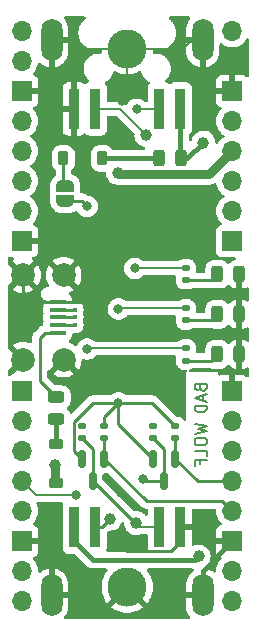
<source format=gbr>
%TF.GenerationSoftware,KiCad,Pcbnew,(7.0.0)*%
%TF.CreationDate,2023-03-17T13:32:38-05:00*%
%TF.ProjectId,adbuino,61646275-696e-46f2-9e6b-696361645f70,rev?*%
%TF.SameCoordinates,Original*%
%TF.FileFunction,Copper,L2,Bot*%
%TF.FilePolarity,Positive*%
%FSLAX46Y46*%
G04 Gerber Fmt 4.6, Leading zero omitted, Abs format (unit mm)*
G04 Created by KiCad (PCBNEW (7.0.0)) date 2023-03-17 13:32:38*
%MOMM*%
%LPD*%
G01*
G04 APERTURE LIST*
G04 Aperture macros list*
%AMRoundRect*
0 Rectangle with rounded corners*
0 $1 Rounding radius*
0 $2 $3 $4 $5 $6 $7 $8 $9 X,Y pos of 4 corners*
0 Add a 4 corners polygon primitive as box body*
4,1,4,$2,$3,$4,$5,$6,$7,$8,$9,$2,$3,0*
0 Add four circle primitives for the rounded corners*
1,1,$1+$1,$2,$3*
1,1,$1+$1,$4,$5*
1,1,$1+$1,$6,$7*
1,1,$1+$1,$8,$9*
0 Add four rect primitives between the rounded corners*
20,1,$1+$1,$2,$3,$4,$5,0*
20,1,$1+$1,$4,$5,$6,$7,0*
20,1,$1+$1,$6,$7,$8,$9,0*
20,1,$1+$1,$8,$9,$2,$3,0*%
%AMFreePoly0*
4,1,19,0.500000,-0.750000,0.000000,-0.750000,0.000000,-0.744911,-0.071157,-0.744911,-0.207708,-0.704816,-0.327430,-0.627875,-0.420627,-0.520320,-0.479746,-0.390866,-0.500000,-0.250000,-0.500000,0.250000,-0.479746,0.390866,-0.420627,0.520320,-0.327430,0.627875,-0.207708,0.704816,-0.071157,0.744911,0.000000,0.744911,0.000000,0.750000,0.500000,0.750000,0.500000,-0.750000,0.500000,-0.750000,
$1*%
%AMFreePoly1*
4,1,19,0.000000,0.744911,0.071157,0.744911,0.207708,0.704816,0.327430,0.627875,0.420627,0.520320,0.479746,0.390866,0.500000,0.250000,0.500000,-0.250000,0.479746,-0.390866,0.420627,-0.520320,0.327430,-0.627875,0.207708,-0.704816,0.071157,-0.744911,0.000000,-0.744911,0.000000,-0.750000,-0.500000,-0.750000,-0.500000,0.750000,0.000000,0.750000,0.000000,0.744911,0.000000,0.744911,
$1*%
G04 Aperture macros list end*
%ADD10C,0.150000*%
%TA.AperFunction,NonConductor*%
%ADD11C,0.150000*%
%TD*%
%TA.AperFunction,SMDPad,CuDef*%
%ADD12R,1.400000X0.400000*%
%TD*%
%TA.AperFunction,ComponentPad*%
%ADD13C,2.000000*%
%TD*%
%TA.AperFunction,SMDPad,CuDef*%
%ADD14FreePoly0,90.000000*%
%TD*%
%TA.AperFunction,SMDPad,CuDef*%
%ADD15FreePoly1,90.000000*%
%TD*%
%TA.AperFunction,ComponentPad*%
%ADD16O,1.700000X1.700000*%
%TD*%
%TA.AperFunction,ComponentPad*%
%ADD17R,1.700000X1.700000*%
%TD*%
%TA.AperFunction,SMDPad,CuDef*%
%ADD18RoundRect,0.135000X-0.185000X0.135000X-0.185000X-0.135000X0.185000X-0.135000X0.185000X0.135000X0*%
%TD*%
%TA.AperFunction,SMDPad,CuDef*%
%ADD19RoundRect,0.243750X0.243750X0.456250X-0.243750X0.456250X-0.243750X-0.456250X0.243750X-0.456250X0*%
%TD*%
%TA.AperFunction,SMDPad,CuDef*%
%ADD20R,0.900000X3.500000*%
%TD*%
%TA.AperFunction,ComponentPad*%
%ADD21C,3.316000*%
%TD*%
%TA.AperFunction,ComponentPad*%
%ADD22O,1.800000X3.600000*%
%TD*%
%TA.AperFunction,SMDPad,CuDef*%
%ADD23RoundRect,0.150000X-0.150000X0.587500X-0.150000X-0.587500X0.150000X-0.587500X0.150000X0.587500X0*%
%TD*%
%TA.AperFunction,SMDPad,CuDef*%
%ADD24RoundRect,0.243750X-0.456250X0.243750X-0.456250X-0.243750X0.456250X-0.243750X0.456250X0.243750X0*%
%TD*%
%TA.AperFunction,SMDPad,CuDef*%
%ADD25RoundRect,0.225000X-0.225000X-0.375000X0.225000X-0.375000X0.225000X0.375000X-0.225000X0.375000X0*%
%TD*%
%TA.AperFunction,SMDPad,CuDef*%
%ADD26RoundRect,0.225000X0.375000X-0.225000X0.375000X0.225000X-0.375000X0.225000X-0.375000X-0.225000X0*%
%TD*%
%TA.AperFunction,ViaPad*%
%ADD27C,0.800000*%
%TD*%
%TA.AperFunction,ViaPad*%
%ADD28C,1.000000*%
%TD*%
%TA.AperFunction,ViaPad*%
%ADD29C,0.400000*%
%TD*%
%TA.AperFunction,Conductor*%
%ADD30C,0.250000*%
%TD*%
%TA.AperFunction,Conductor*%
%ADD31C,0.150000*%
%TD*%
%TA.AperFunction,Conductor*%
%ADD32C,0.400000*%
%TD*%
%TA.AperFunction,Conductor*%
%ADD33C,0.800000*%
%TD*%
G04 APERTURE END LIST*
D10*
D11*
X29893571Y70935715D02*
X29941190Y70792858D01*
X29941190Y70792858D02*
X29988809Y70745239D01*
X29988809Y70745239D02*
X30084047Y70697620D01*
X30084047Y70697620D02*
X30226904Y70697620D01*
X30226904Y70697620D02*
X30322142Y70745239D01*
X30322142Y70745239D02*
X30369761Y70792858D01*
X30369761Y70792858D02*
X30417380Y70888096D01*
X30417380Y70888096D02*
X30417380Y71269048D01*
X30417380Y71269048D02*
X29417380Y71269048D01*
X29417380Y71269048D02*
X29417380Y70935715D01*
X29417380Y70935715D02*
X29465000Y70840477D01*
X29465000Y70840477D02*
X29512619Y70792858D01*
X29512619Y70792858D02*
X29607857Y70745239D01*
X29607857Y70745239D02*
X29703095Y70745239D01*
X29703095Y70745239D02*
X29798333Y70792858D01*
X29798333Y70792858D02*
X29845952Y70840477D01*
X29845952Y70840477D02*
X29893571Y70935715D01*
X29893571Y70935715D02*
X29893571Y71269048D01*
X30131666Y70316667D02*
X30131666Y69840477D01*
X30417380Y70411905D02*
X29417380Y70078572D01*
X29417380Y70078572D02*
X30417380Y69745239D01*
X30417380Y69411905D02*
X29417380Y69411905D01*
X29417380Y69411905D02*
X29417380Y69173810D01*
X29417380Y69173810D02*
X29465000Y69030953D01*
X29465000Y69030953D02*
X29560238Y68935715D01*
X29560238Y68935715D02*
X29655476Y68888096D01*
X29655476Y68888096D02*
X29845952Y68840477D01*
X29845952Y68840477D02*
X29988809Y68840477D01*
X29988809Y68840477D02*
X30179285Y68888096D01*
X30179285Y68888096D02*
X30274523Y68935715D01*
X30274523Y68935715D02*
X30369761Y69030953D01*
X30369761Y69030953D02*
X30417380Y69173810D01*
X30417380Y69173810D02*
X30417380Y69411905D01*
X29417380Y67907143D02*
X30417380Y67669048D01*
X30417380Y67669048D02*
X29703095Y67478572D01*
X29703095Y67478572D02*
X30417380Y67288096D01*
X30417380Y67288096D02*
X29417380Y67050000D01*
X29417380Y66478572D02*
X29417380Y66288096D01*
X29417380Y66288096D02*
X29465000Y66192858D01*
X29465000Y66192858D02*
X29560238Y66097620D01*
X29560238Y66097620D02*
X29750714Y66050001D01*
X29750714Y66050001D02*
X30084047Y66050001D01*
X30084047Y66050001D02*
X30274523Y66097620D01*
X30274523Y66097620D02*
X30369761Y66192858D01*
X30369761Y66192858D02*
X30417380Y66288096D01*
X30417380Y66288096D02*
X30417380Y66478572D01*
X30417380Y66478572D02*
X30369761Y66573810D01*
X30369761Y66573810D02*
X30274523Y66669048D01*
X30274523Y66669048D02*
X30084047Y66716667D01*
X30084047Y66716667D02*
X29750714Y66716667D01*
X29750714Y66716667D02*
X29560238Y66669048D01*
X29560238Y66669048D02*
X29465000Y66573810D01*
X29465000Y66573810D02*
X29417380Y66478572D01*
X30417380Y65145239D02*
X30417380Y65621429D01*
X30417380Y65621429D02*
X29417380Y65621429D01*
X29893571Y64478572D02*
X29893571Y64811905D01*
X30417380Y64811905D02*
X29417380Y64811905D01*
X29417380Y64811905D02*
X29417380Y64335715D01*
D12*
%TO.P,J2,1,1*%
%TO.N,Net-(F2-Pad1)*%
X17819999Y75599999D03*
%TO.P,J2,2,2*%
%TO.N,Net-(J2-Pad2)*%
X17819999Y76249999D03*
%TO.P,J2,3,3*%
%TO.N,Net-(J2-Pad3)*%
X17819999Y76899999D03*
%TO.P,J2,4,4*%
%TO.N,Net-(J2-Pad4)*%
X17819999Y77549999D03*
%TO.P,J2,5,5*%
%TO.N,GND*%
X17819999Y78199999D03*
D13*
%TO.P,J2,MH1,MH1*%
X14870000Y73325000D03*
%TO.P,J2,MH2,MH2*%
X14870000Y80475000D03*
%TO.P,J2,MH3,MH3*%
X18320000Y80475000D03*
%TO.P,J2,MH4,MH4*%
X18320000Y73325000D03*
%TD*%
D14*
%TO.P,JP5,1,A*%
%TO.N,VBUS*%
X18450000Y86750000D03*
D15*
%TO.P,JP5,2,B*%
%TO.N,Net-(D4-K)*%
X18450000Y88050000D03*
%TD*%
D16*
%TO.P,U2,1,GPIO0*%
%TO.N,unconnected-(U2-GPIO0-Pad1)*%
X14809999Y101129999D03*
%TO.P,U2,2,GPIO1*%
%TO.N,unconnected-(U2-GPIO1-Pad2)*%
X14809999Y98589999D03*
D17*
%TO.P,U2,3,GND*%
%TO.N,GND*%
X14809999Y96049999D03*
D16*
%TO.P,U2,4,GPIO2*%
%TO.N,unconnected-(U2-GPIO2-Pad4)*%
X14809999Y93509999D03*
%TO.P,U2,5,GPIO3*%
%TO.N,unconnected-(U2-GPIO3-Pad5)*%
X14809999Y90969999D03*
%TO.P,U2,6,GPIO4*%
%TO.N,unconnected-(U2-GPIO4-Pad6)*%
X14809999Y88429999D03*
%TO.P,U2,7,GPIO5*%
%TO.N,unconnected-(U2-GPIO5-Pad7)*%
X14809999Y85889999D03*
D17*
%TO.P,U2,8,GND*%
%TO.N,GND*%
X14809999Y83349999D03*
%TO.P,U2,13,GND*%
X14809999Y70649999D03*
D16*
%TO.P,U2,14,GPIO10*%
%TO.N,unconnected-(U2-GPIO10-Pad14)*%
X14809999Y68109999D03*
%TO.P,U2,15,GPIO11*%
%TO.N,unconnected-(U2-GPIO11-Pad15)*%
X14809999Y65569999D03*
%TO.P,U2,16,GPIO12*%
%TO.N,DEBUG_LED*%
X14809999Y63029999D03*
%TO.P,U2,17,GPIO13*%
%TO.N,unconnected-(U2-GPIO13-Pad17)*%
X14809999Y60489999D03*
D17*
%TO.P,U2,18,GND*%
%TO.N,GND*%
X14809999Y57949999D03*
D16*
%TO.P,U2,19,GPIO14*%
%TO.N,unconnected-(U2-GPIO14-Pad19)*%
X14809999Y55409999D03*
%TO.P,U2,20,GPIO15*%
%TO.N,unconnected-(U2-GPIO15-Pad20)*%
X14809999Y52869999D03*
%TO.P,U2,21,GPIO16*%
%TO.N,unconnected-(U2-GPIO16-Pad21)*%
X32589999Y52869999D03*
%TO.P,U2,22,GPIO17*%
%TO.N,unconnected-(U2-GPIO17-Pad22)*%
X32589999Y55409999D03*
D17*
%TO.P,U2,23,GND*%
%TO.N,GND*%
X32589999Y57949999D03*
D16*
%TO.P,U2,24,GPIO18*%
%TO.N,ADB_PWR_ON_LV*%
X32589999Y60489999D03*
%TO.P,U2,25,GPIO19*%
%TO.N,ADB_DATA_LV*%
X32589999Y63029999D03*
%TO.P,U2,26,GPIO20*%
%TO.N,unconnected-(U2-GPIO20-Pad26)*%
X32589999Y65569999D03*
%TO.P,U2,27,GPIO21*%
%TO.N,unconnected-(U2-GPIO21-Pad27)*%
X32589999Y68109999D03*
D17*
%TO.P,U2,28,GND*%
%TO.N,GND*%
X32589999Y70649999D03*
%TO.P,U2,33,AGND*%
%TO.N,unconnected-(U2-AGND-Pad33)*%
X32589999Y83349999D03*
D16*
%TO.P,U2,34,GPIO28_ADC2*%
%TO.N,unconnected-(U2-GPIO28_ADC2-Pad34)*%
X32589999Y85889999D03*
%TO.P,U2,35,ADC_VREF*%
%TO.N,unconnected-(U2-ADC_VREF-Pad35)*%
X32589999Y88429999D03*
%TO.P,U2,36,3V3*%
%TO.N,+3V3*%
X32589999Y90969999D03*
%TO.P,U2,37,3V3_EN*%
%TO.N,unconnected-(U2-3V3_EN-Pad37)*%
X32589999Y93509999D03*
D17*
%TO.P,U2,38,GND*%
%TO.N,GND*%
X32589999Y96049999D03*
D16*
%TO.P,U2,40,VBUS*%
%TO.N,VBUS*%
X32589999Y101129999D03*
%TD*%
D18*
%TO.P,R6,1*%
%TO.N,ADB_1_5v*%
X25850000Y67720000D03*
%TO.P,R6,2*%
%TO.N,ADB_1_DATA*%
X25850000Y66700000D03*
%TD*%
%TO.P,R1,1*%
%TO.N,+3V3*%
X21750000Y67720000D03*
%TO.P,R1,2*%
%TO.N,ADB_PWR_ON_LV*%
X21750000Y66700000D03*
%TD*%
%TO.P,R2,1*%
%TO.N,ADB_1_5v*%
X19850000Y67720000D03*
%TO.P,R2,2*%
%TO.N,ADB_1_PWR_ON*%
X19850000Y66700000D03*
%TD*%
D19*
%TO.P,D1,1,K*%
%TO.N,GND*%
X33200000Y77151250D03*
%TO.P,D1,2,A*%
%TO.N,Net-(D1-A)*%
X31325000Y77151250D03*
%TD*%
%TO.P,D3,1,K*%
%TO.N,GND*%
X33200000Y80550000D03*
%TO.P,D3,2,A*%
%TO.N,Net-(D3-A)*%
X31325000Y80550000D03*
%TD*%
D18*
%TO.P,R4,1*%
%TO.N,+3V3*%
X28662500Y77661250D03*
%TO.P,R4,2*%
%TO.N,Net-(D1-A)*%
X28662500Y76641250D03*
%TD*%
%TO.P,R5,1*%
%TO.N,VBUS*%
X28662500Y74262500D03*
%TO.P,R5,2*%
%TO.N,Net-(D2-A)*%
X28662500Y73242500D03*
%TD*%
%TO.P,R12,1*%
%TO.N,DEBUG_LED*%
X28662500Y81060000D03*
%TO.P,R12,2*%
%TO.N,Net-(D3-A)*%
X28662500Y80040000D03*
%TD*%
D20*
%TO.P,J5,1,1*%
%TO.N,ADB_1_DATA*%
X26399999Y94549999D03*
%TO.P,J5,2,2*%
%TO.N,ADB_1_PWR_ON*%
X20999999Y94549999D03*
%TO.P,J5,3,3*%
%TO.N,ADB_1_5v*%
X28199999Y94549999D03*
%TO.P,J5,4,4*%
%TO.N,GND*%
X19199999Y94549999D03*
D21*
%TO.P,J5,S1,SHIELD*%
X23700000Y99650000D03*
D22*
%TO.P,J5,S2,SHIELD*%
X30099999Y100349999D03*
%TO.P,J5,S3,SHIELD*%
X17299999Y100349999D03*
%TD*%
D23*
%TO.P,Q2,1,G*%
%TO.N,+3V3*%
X25850000Y64937500D03*
%TO.P,Q2,2,S*%
%TO.N,ADB_DATA_LV*%
X27750000Y64937500D03*
%TO.P,Q2,3,D*%
%TO.N,ADB_1_DATA*%
X26800000Y63062500D03*
%TD*%
D19*
%TO.P,D2,1,K*%
%TO.N,GND*%
X33200000Y73752500D03*
%TO.P,D2,2,A*%
%TO.N,Net-(D2-A)*%
X31325000Y73752500D03*
%TD*%
D23*
%TO.P,Q1,1,G*%
%TO.N,+3V3*%
X19850000Y64937500D03*
%TO.P,Q1,2,S*%
%TO.N,ADB_PWR_ON_LV*%
X21750000Y64937500D03*
%TO.P,Q1,3,D*%
%TO.N,ADB_1_PWR_ON*%
X20800000Y63062500D03*
%TD*%
D18*
%TO.P,R3,1*%
%TO.N,+3V3*%
X27750000Y67720000D03*
%TO.P,R3,2*%
%TO.N,ADB_DATA_LV*%
X27750000Y66700000D03*
%TD*%
D20*
%TO.P,J4,1,1*%
%TO.N,ADB_1_DATA*%
X20999999Y59149999D03*
%TO.P,J4,2,2*%
%TO.N,ADB_1_PWR_ON*%
X26399999Y59149999D03*
%TO.P,J4,3,3*%
%TO.N,ADB_1_5v*%
X19199999Y59149999D03*
%TO.P,J4,4,4*%
%TO.N,GND*%
X28199999Y59149999D03*
D21*
%TO.P,J4,S1,SHIELD*%
X23700000Y54050000D03*
D22*
%TO.P,J4,S2,SHIELD*%
X17299999Y53349999D03*
%TO.P,J4,S3,SHIELD*%
X30099999Y53349999D03*
%TD*%
D24*
%TO.P,F2,1*%
%TO.N,Net-(F2-Pad1)*%
X17700000Y70137500D03*
%TO.P,F2,2*%
%TO.N,Net-(D5-A)*%
X17700000Y68262500D03*
%TD*%
D25*
%TO.P,D4,1,K*%
%TO.N,Net-(D4-K)*%
X18300000Y90350000D03*
%TO.P,D4,2,A*%
%TO.N,Net-(D4-A)*%
X21600000Y90350000D03*
%TD*%
D19*
%TO.P,F1,1*%
%TO.N,ADB_1_5v*%
X28287500Y90350000D03*
%TO.P,F1,2*%
%TO.N,Net-(D4-A)*%
X26412500Y90350000D03*
%TD*%
D26*
%TO.P,D5,1,K*%
%TO.N,VBUS*%
X17700000Y62850000D03*
%TO.P,D5,2,A*%
%TO.N,Net-(D5-A)*%
X17700000Y66150000D03*
%TD*%
D27*
%TO.N,VBUS*%
X20300000Y86300000D03*
D28*
%TO.N,ADB_1_5v*%
X30150000Y91700000D03*
X29750000Y56650000D03*
D27*
%TO.N,ADB_1_DATA*%
X25025000Y63175000D03*
X24500000Y94500000D03*
D28*
X22250000Y59850000D03*
%TO.N,ADB_1_PWR_ON*%
X25324500Y92300000D03*
X24450000Y59500000D03*
D27*
%TO.N,GND*%
X23150000Y62050000D03*
X23250000Y95250500D03*
X25800000Y82300000D03*
D28*
X23000720Y57788267D03*
D27*
%TO.N,+3V3*%
X22950000Y77600000D03*
D28*
X22900000Y89150000D03*
D27*
X22950000Y69650000D03*
%TO.N,VBUS*%
X20300000Y74200000D03*
D28*
X17550000Y64400000D03*
D27*
%TO.N,DEBUG_LED*%
X24350000Y81050000D03*
X19400000Y61850000D03*
D29*
%TO.N,Net-(J2-Pad4)*%
X19300000Y77550000D03*
%TO.N,Net-(J2-Pad3)*%
X19300000Y76900000D03*
%TO.N,Net-(J2-Pad2)*%
X19300000Y76250000D03*
%TD*%
D30*
%TO.N,GND*%
X14870000Y79060787D02*
X14870000Y80475000D01*
X17820000Y78200000D02*
X15730787Y78200000D01*
X15730787Y78200000D02*
X14870000Y79060787D01*
%TO.N,VBUS*%
X18450000Y86750000D02*
X19850000Y86750000D01*
X19850000Y86750000D02*
X20300000Y86300000D01*
%TO.N,Net-(D4-K)*%
X18300000Y88200000D02*
X18450000Y88050000D01*
X18300000Y90350000D02*
X18300000Y88200000D01*
%TO.N,GND*%
X17300000Y98540000D02*
X17300000Y100350000D01*
D31*
%TO.N,VBUS*%
X20362500Y74262500D02*
X20300000Y74200000D01*
X28662500Y74262500D02*
X20362500Y74262500D01*
%TO.N,+3V3*%
X23011250Y77661250D02*
X22950000Y77600000D01*
X28662500Y77661250D02*
X23011250Y77661250D01*
%TO.N,DEBUG_LED*%
X24360000Y81060000D02*
X28662500Y81060000D01*
X24350000Y81050000D02*
X24360000Y81060000D01*
D32*
%TO.N,ADB_1_5v*%
X29750000Y56650000D02*
X29450000Y56350000D01*
X28200000Y90437500D02*
X28287500Y90350000D01*
X19200000Y57950000D02*
X19200000Y59150000D01*
X29450000Y56350000D02*
X20800000Y56350000D01*
X28800000Y90350000D02*
X30150000Y91700000D01*
X20800000Y56350000D02*
X19200000Y57950000D01*
X28287500Y90350000D02*
X28800000Y90350000D01*
X28200000Y94550000D02*
X28200000Y90437500D01*
D30*
%TO.N,ADB_1_DATA*%
X25850000Y66700000D02*
X26800000Y65750000D01*
X21550000Y59150000D02*
X21000000Y59150000D01*
X26800000Y65750000D02*
X26800000Y63062500D01*
D31*
X26400000Y94550000D02*
X24550000Y94550000D01*
X24550000Y94550000D02*
X24500000Y94500000D01*
D30*
X22250000Y59850000D02*
X21550000Y59150000D01*
X25025000Y63175000D02*
X25137500Y63062500D01*
X25137500Y63062500D02*
X26800000Y63062500D01*
%TO.N,ADB_1_PWR_ON*%
X19850000Y66700000D02*
X20800000Y65750000D01*
D31*
X25324500Y92300000D02*
X23074500Y94550000D01*
X23074500Y94550000D02*
X21000000Y94550000D01*
X24800000Y59150000D02*
X26400000Y59150000D01*
D30*
X24362500Y59500000D02*
X24450000Y59500000D01*
X20800000Y63062500D02*
X24362500Y59500000D01*
D31*
X24450000Y59500000D02*
X24800000Y59150000D01*
D30*
X20800000Y65750000D02*
X20800000Y63062500D01*
%TO.N,GND*%
X20150000Y78650000D02*
X20145000Y78650000D01*
D31*
X18600000Y100350000D02*
X17300000Y100350000D01*
D30*
X17820000Y78200000D02*
X19700000Y78200000D01*
X28200000Y57850000D02*
X27425000Y57075000D01*
D31*
X23700000Y99650000D02*
X27850000Y99650000D01*
D30*
X19700000Y78200000D02*
X20150000Y78650000D01*
X20145000Y78650000D02*
X18320000Y80475000D01*
X28200000Y59150000D02*
X28200000Y57850000D01*
D32*
X30100000Y53350000D02*
X30100000Y55460000D01*
D30*
X27425000Y57075000D02*
X23713987Y57075000D01*
D31*
X27850000Y99650000D02*
X28150000Y99350000D01*
X23700000Y99650000D02*
X19900000Y99650000D01*
D32*
X30100000Y55460000D02*
X32590000Y57950000D01*
D31*
X19900000Y99650000D02*
X19600000Y99350000D01*
D30*
X23713987Y57075000D02*
X23000720Y57788267D01*
D31*
X23700000Y95700500D02*
X23700000Y99650000D01*
X29150000Y100350000D02*
X30100000Y100350000D01*
X23250000Y95250500D02*
X23700000Y95700500D01*
X28150000Y99350000D02*
X29150000Y100350000D01*
X19600000Y99350000D02*
X18600000Y100350000D01*
D33*
%TO.N,+3V3*%
X22900000Y89150000D02*
X23000000Y89050000D01*
D30*
X27750000Y67720000D02*
X25820000Y69650000D01*
X19205000Y65582500D02*
X19205000Y68045538D01*
X22950000Y67837500D02*
X22950000Y69650000D01*
X25820000Y69650000D02*
X22950000Y69650000D01*
X19850000Y64937500D02*
X19205000Y65582500D01*
X25850000Y64937500D02*
X22950000Y67837500D01*
X21750000Y67720000D02*
X21750000Y68450000D01*
X19205000Y68045538D02*
X20809462Y69650000D01*
D33*
X30670000Y89050000D02*
X32590000Y90970000D01*
D30*
X21750000Y68450000D02*
X22950000Y69650000D01*
D33*
X23000000Y89050000D02*
X30670000Y89050000D01*
D30*
X20809462Y69650000D02*
X22950000Y69650000D01*
D33*
%TO.N,VBUS*%
X17550000Y63000000D02*
X17700000Y62850000D01*
X17550000Y64400000D02*
X17550000Y63000000D01*
D30*
%TO.N,Net-(D1-A)*%
X30815000Y76641250D02*
X28662500Y76641250D01*
X31325000Y77151250D02*
X30815000Y76641250D01*
%TO.N,Net-(D2-A)*%
X30815000Y73242500D02*
X28662500Y73242500D01*
X31325000Y73752500D02*
X30815000Y73242500D01*
%TO.N,Net-(D3-A)*%
X30815000Y80040000D02*
X28662500Y80040000D01*
X31325000Y80550000D02*
X30815000Y80040000D01*
D32*
%TO.N,Net-(D4-A)*%
X26412500Y90350000D02*
X21600000Y90350000D01*
%TO.N,Net-(D5-A)*%
X17700000Y66150000D02*
X17700000Y68262500D01*
D30*
%TO.N,Net-(F2-Pad1)*%
X16710051Y75600000D02*
X16300000Y75189949D01*
X16300000Y75189949D02*
X16300000Y71537500D01*
X17820000Y75600000D02*
X16710051Y75600000D01*
X16300000Y71537500D02*
X17700000Y70137500D01*
%TO.N,ADB_DATA_LV*%
X32590000Y63030000D02*
X29657500Y63030000D01*
X29657500Y63030000D02*
X27750000Y64937500D01*
X27750000Y66700000D02*
X27750000Y64937500D01*
%TO.N,ADB_PWR_ON_LV*%
X32590000Y60490000D02*
X31740000Y61340000D01*
X25347500Y61340000D02*
X21750000Y64937500D01*
X21750000Y66700000D02*
X21750000Y64937500D01*
X31740000Y61340000D02*
X25347500Y61340000D01*
D31*
%TO.N,DEBUG_LED*%
X28652500Y81050000D02*
X28662500Y81060000D01*
X14810000Y63030000D02*
X15990000Y61850000D01*
X15990000Y61850000D02*
X19400000Y61850000D01*
D30*
%TO.N,Net-(J2-Pad4)*%
X17820000Y77550000D02*
X19300000Y77550000D01*
%TO.N,Net-(J2-Pad3)*%
X17820000Y76900000D02*
X19300000Y76900000D01*
%TO.N,Net-(J2-Pad2)*%
X17820000Y76250000D02*
X19300000Y76250000D01*
%TD*%
%TA.AperFunction,Conductor*%
%TO.N,GND*%
G36*
X18220906Y61252148D02*
G01*
X18266003Y61212360D01*
X18287522Y61156202D01*
X18280559Y61096467D01*
X18250765Y61016588D01*
X18250762Y61016579D01*
X18248011Y61009201D01*
X18247169Y61001375D01*
X18247168Y61001368D01*
X18241860Y60951989D01*
X18241500Y60948638D01*
X18241500Y57351362D01*
X18241859Y57348015D01*
X18241860Y57348012D01*
X18247168Y57298633D01*
X18247169Y57298627D01*
X18248011Y57290799D01*
X18250762Y57283422D01*
X18250763Y57283420D01*
X18295962Y57162237D01*
X18295964Y57162234D01*
X18299111Y57153796D01*
X18304508Y57146586D01*
X18304510Y57146583D01*
X18359705Y57072852D01*
X18386739Y57036739D01*
X18393950Y57031341D01*
X18437495Y56998743D01*
X18503796Y56949111D01*
X18640799Y56898011D01*
X18701362Y56891500D01*
X19204340Y56891500D01*
X19252558Y56881909D01*
X19293435Y56854595D01*
X20281171Y55866859D01*
X20286388Y55861318D01*
X20326727Y55815785D01*
X20332995Y55811459D01*
X20332999Y55811455D01*
X20376789Y55781229D01*
X20382895Y55776737D01*
X20430775Y55739225D01*
X20440063Y55735045D01*
X20459924Y55723845D01*
X20468325Y55718046D01*
X20475458Y55715341D01*
X20525173Y55696487D01*
X20532205Y55693575D01*
X20587671Y55668611D01*
X20597705Y55666773D01*
X20619662Y55660652D01*
X20629199Y55657035D01*
X20636766Y55656117D01*
X20636767Y55656116D01*
X20650352Y55654467D01*
X20689565Y55649706D01*
X20697064Y55648565D01*
X20756908Y55637598D01*
X20817615Y55641270D01*
X20825223Y55641500D01*
X21932547Y55641500D01*
X21988982Y55628155D01*
X22033462Y55590947D01*
X22056566Y55537757D01*
X22053399Y55479852D01*
X22024633Y55429499D01*
X22018822Y55423277D01*
X22013399Y55416613D01*
X21847489Y55181571D01*
X21843020Y55174223D01*
X21710654Y54918768D01*
X21707239Y54910905D01*
X21610888Y54639800D01*
X21608573Y54631535D01*
X21550034Y54349833D01*
X21548866Y54341334D01*
X21529233Y54054298D01*
X21529233Y54045702D01*
X21548866Y53758667D01*
X21550034Y53750168D01*
X21608573Y53468466D01*
X21610888Y53460201D01*
X21707239Y53189096D01*
X21710654Y53181233D01*
X21843020Y52925778D01*
X21847489Y52918430D01*
X21989229Y52717629D01*
X21997487Y52710112D01*
X22006907Y52716119D01*
X23610905Y54320115D01*
X23667389Y54352727D01*
X23732611Y54352727D01*
X23789095Y54320115D01*
X25393091Y52716120D01*
X25402511Y52710112D01*
X25410769Y52717629D01*
X25552510Y52918430D01*
X25556979Y52925778D01*
X25689345Y53181233D01*
X25692760Y53189096D01*
X25789111Y53460201D01*
X25791426Y53468466D01*
X25849965Y53750168D01*
X25851133Y53758667D01*
X25870767Y54045702D01*
X25870767Y54054298D01*
X25851133Y54341334D01*
X25849965Y54349833D01*
X25791426Y54631535D01*
X25789111Y54639800D01*
X25692760Y54910905D01*
X25689345Y54918768D01*
X25556979Y55174223D01*
X25552510Y55181571D01*
X25386600Y55416613D01*
X25381177Y55423277D01*
X25375367Y55429499D01*
X25346601Y55479852D01*
X25343434Y55537757D01*
X25366538Y55590947D01*
X25411018Y55628155D01*
X25467453Y55641500D01*
X29229536Y55641500D01*
X29291917Y55624974D01*
X29337935Y55579731D01*
X29355518Y55517640D01*
X29340054Y55454987D01*
X29295599Y55408207D01*
X29264285Y55388927D01*
X29255711Y55382586D01*
X29083826Y55231308D01*
X29076450Y55223612D01*
X28932600Y55045457D01*
X28926631Y55036626D01*
X28814958Y54836722D01*
X28810570Y54827015D01*
X28734287Y54611113D01*
X28731600Y54600794D01*
X28692903Y54375107D01*
X28692000Y54364490D01*
X28692000Y53620590D01*
X28695506Y53607507D01*
X28708590Y53604000D01*
X30228000Y53604000D01*
X30291000Y53587119D01*
X30337119Y53541000D01*
X30354000Y53478000D01*
X30354000Y53222000D01*
X30337119Y53159000D01*
X30291000Y53112881D01*
X30228000Y53096000D01*
X28708590Y53096000D01*
X28695506Y53092494D01*
X28692000Y53079410D01*
X28692000Y52392850D01*
X28692226Y52387530D01*
X28706781Y52216518D01*
X28708583Y52206007D01*
X28766279Y51984424D01*
X28769830Y51974370D01*
X28864150Y51765714D01*
X28869346Y51756413D01*
X28997567Y51566704D01*
X29004273Y51558398D01*
X29023168Y51538683D01*
X29052678Y51488395D01*
X29056388Y51430205D01*
X29033504Y51376576D01*
X28988926Y51338991D01*
X28932201Y51325500D01*
X18465401Y51325500D01*
X18398203Y51344914D01*
X18351714Y51397175D01*
X18340259Y51466177D01*
X18367368Y51530656D01*
X18467399Y51654544D01*
X18473368Y51663375D01*
X18585041Y51863279D01*
X18589429Y51872986D01*
X18665712Y52088888D01*
X18668399Y52099207D01*
X18707096Y52324894D01*
X18708000Y52335510D01*
X18708000Y52349488D01*
X22364133Y52349488D01*
X22372119Y52338036D01*
X22444656Y52279023D01*
X22451665Y52274076D01*
X22697493Y52124584D01*
X22705117Y52120633D01*
X22969020Y52006004D01*
X22977088Y52003137D01*
X23254138Y51925511D01*
X23262556Y51923762D01*
X23547573Y51884587D01*
X23556147Y51884000D01*
X23843853Y51884000D01*
X23852426Y51884587D01*
X24137443Y51923762D01*
X24145861Y51925511D01*
X24422911Y52003137D01*
X24430979Y52006004D01*
X24694882Y52120633D01*
X24702506Y52124584D01*
X24948336Y52274077D01*
X24955345Y52279025D01*
X25027876Y52338033D01*
X25035864Y52349488D01*
X25029089Y52361700D01*
X23711729Y53679061D01*
X23700000Y53685833D01*
X23688270Y53679061D01*
X22370908Y52361699D01*
X22364133Y52349488D01*
X18708000Y52349488D01*
X18708000Y53079410D01*
X18704493Y53092494D01*
X18691410Y53096000D01*
X17172000Y53096000D01*
X17109000Y53112881D01*
X17062881Y53159000D01*
X17046000Y53222000D01*
X17046000Y53620590D01*
X17554000Y53620590D01*
X17557506Y53607507D01*
X17570590Y53604000D01*
X18691410Y53604000D01*
X18704493Y53607507D01*
X18708000Y53620590D01*
X18708000Y54307150D01*
X18707773Y54312471D01*
X18693218Y54483483D01*
X18691416Y54493994D01*
X18633720Y54715577D01*
X18630169Y54725631D01*
X18535849Y54934287D01*
X18530653Y54943588D01*
X18402432Y55133297D01*
X18395731Y55141596D01*
X18237296Y55306905D01*
X18229292Y55313950D01*
X18045197Y55450106D01*
X18036114Y55455698D01*
X17831657Y55558784D01*
X17821762Y55562760D01*
X17602820Y55629810D01*
X17592409Y55632054D01*
X17571802Y55634693D01*
X17557924Y55632515D01*
X17554000Y55619021D01*
X17554000Y53620590D01*
X17046000Y53620590D01*
X17046000Y55621487D01*
X17043504Y55632497D01*
X17032216Y55632617D01*
X16891445Y55602279D01*
X16881250Y55599157D01*
X16668791Y55513783D01*
X16659261Y55508978D01*
X16464284Y55388927D01*
X16455711Y55382586D01*
X16381971Y55317686D01*
X16331509Y55290610D01*
X16274275Y55288666D01*
X16222093Y55312254D01*
X16185740Y55356503D01*
X16173254Y55410009D01*
X16173156Y55410000D01*
X16154564Y55634368D01*
X16152816Y55641270D01*
X16128803Y55736097D01*
X16099296Y55852616D01*
X16008860Y56058791D01*
X15885722Y56247268D01*
X15742158Y56403219D01*
X15712922Y56456822D01*
X15712319Y56517878D01*
X15740494Y56572048D01*
X15790828Y56606612D01*
X15897520Y56646406D01*
X15913175Y56654955D01*
X16015692Y56731698D01*
X16028302Y56744308D01*
X16105045Y56846825D01*
X16113594Y56862481D01*
X16158740Y56983522D01*
X16162337Y56998743D01*
X16167640Y57048062D01*
X16168000Y57054777D01*
X16168000Y57679410D01*
X16164493Y57692494D01*
X16151410Y57696000D01*
X14682000Y57696000D01*
X14619000Y57712881D01*
X14572881Y57759000D01*
X14556000Y57822000D01*
X14556000Y58078000D01*
X14572881Y58141000D01*
X14619000Y58187119D01*
X14682000Y58204000D01*
X16151410Y58204000D01*
X16164493Y58207507D01*
X16168000Y58220590D01*
X16168000Y58845223D01*
X16167640Y58851939D01*
X16162337Y58901258D01*
X16158740Y58916479D01*
X16113594Y59037520D01*
X16105045Y59053176D01*
X16028302Y59155693D01*
X16015692Y59168303D01*
X15913175Y59245046D01*
X15897521Y59253594D01*
X15790827Y59293389D01*
X15740493Y59327953D01*
X15712319Y59382123D01*
X15712922Y59443179D01*
X15742159Y59496783D01*
X15885722Y59652732D01*
X16008860Y59841209D01*
X16099296Y60047384D01*
X16154564Y60265632D01*
X16173156Y60490000D01*
X16154564Y60714368D01*
X16099296Y60932616D01*
X16030310Y61089888D01*
X16020129Y61150905D01*
X16040216Y61209416D01*
X16085730Y61251314D01*
X16145699Y61266500D01*
X18162504Y61266500D01*
X18220906Y61252148D01*
G37*
%TD.AperFunction*%
%TA.AperFunction,Conductor*%
G36*
X31173894Y60687842D02*
G01*
X31220335Y60637393D01*
X31233480Y60570096D01*
X31226844Y60490000D01*
X31227274Y60484811D01*
X31239058Y60342595D01*
X31245436Y60265632D01*
X31300704Y60047384D01*
X31302797Y60042611D01*
X31302799Y60042607D01*
X31370702Y59887804D01*
X31391140Y59841209D01*
X31514278Y59652732D01*
X31517806Y59648900D01*
X31657840Y59496783D01*
X31687077Y59443179D01*
X31687680Y59382123D01*
X31659506Y59327953D01*
X31609172Y59293390D01*
X31502484Y59253597D01*
X31486824Y59245046D01*
X31384307Y59168303D01*
X31371697Y59155693D01*
X31294954Y59053176D01*
X31286405Y59037520D01*
X31241259Y58916479D01*
X31237662Y58901258D01*
X31232359Y58851939D01*
X31232000Y58845223D01*
X31232000Y58220590D01*
X31235506Y58207507D01*
X31248590Y58204000D01*
X32718000Y58204000D01*
X32781000Y58187119D01*
X32827119Y58141000D01*
X32844000Y58078000D01*
X32844000Y57822000D01*
X32827119Y57759000D01*
X32781000Y57712881D01*
X32718000Y57696000D01*
X31248590Y57696000D01*
X31235506Y57692494D01*
X31232000Y57679410D01*
X31232000Y57054777D01*
X31232359Y57048062D01*
X31237662Y56998743D01*
X31241259Y56983522D01*
X31286405Y56862481D01*
X31294954Y56846825D01*
X31371697Y56744308D01*
X31384307Y56731698D01*
X31486824Y56654955D01*
X31502480Y56646406D01*
X31609171Y56606612D01*
X31659505Y56572048D01*
X31687680Y56517878D01*
X31687077Y56456822D01*
X31657840Y56403219D01*
X31517811Y56251108D01*
X31517800Y56251094D01*
X31514278Y56247268D01*
X31511430Y56242910D01*
X31511427Y56242905D01*
X31393992Y56063157D01*
X31391140Y56058791D01*
X31389048Y56054022D01*
X31389046Y56054018D01*
X31302799Y55857394D01*
X31302796Y55857386D01*
X31300704Y55852616D01*
X31299423Y55847560D01*
X31299422Y55847555D01*
X31247184Y55641270D01*
X31245436Y55634368D01*
X31245006Y55629180D01*
X31245005Y55629173D01*
X31226844Y55410000D01*
X31225208Y55410136D01*
X31208567Y55351367D01*
X31158000Y55304921D01*
X31090589Y55291884D01*
X31026350Y55316126D01*
X30845197Y55450106D01*
X30836114Y55455698D01*
X30631657Y55558784D01*
X30621762Y55562760D01*
X30404497Y55629296D01*
X30347865Y55665343D01*
X30317782Y55725356D01*
X30322787Y55792300D01*
X30361458Y55847171D01*
X30466568Y55933432D01*
X30592595Y56086996D01*
X30686241Y56262196D01*
X30743908Y56452299D01*
X30763380Y56650000D01*
X30743908Y56847701D01*
X30686241Y57037804D01*
X30592595Y57213004D01*
X30466568Y57366568D01*
X30313004Y57492595D01*
X30137804Y57586241D01*
X30122845Y57590779D01*
X29953623Y57642112D01*
X29953619Y57642113D01*
X29947701Y57643908D01*
X29941547Y57644515D01*
X29941538Y57644516D01*
X29756163Y57662773D01*
X29750000Y57663380D01*
X29743837Y57662773D01*
X29558461Y57644516D01*
X29558450Y57644514D01*
X29552299Y57643908D01*
X29546382Y57642114D01*
X29546376Y57642112D01*
X29368119Y57588038D01*
X29368116Y57588037D01*
X29362196Y57586241D01*
X29343394Y57576192D01*
X29280909Y57561352D01*
X29219223Y57579240D01*
X29174369Y57625209D01*
X29158000Y57687314D01*
X29158000Y58879410D01*
X29154493Y58892494D01*
X29141410Y58896000D01*
X28072000Y58896000D01*
X28009000Y58912881D01*
X27962881Y58959000D01*
X27946000Y59022000D01*
X27946000Y59278000D01*
X27962881Y59341000D01*
X28009000Y59387119D01*
X28072000Y59404000D01*
X29141410Y59404000D01*
X29154493Y59407507D01*
X29158000Y59420590D01*
X29158000Y60580500D01*
X29174881Y60643500D01*
X29221000Y60689619D01*
X29284000Y60706500D01*
X31107911Y60706500D01*
X31173894Y60687842D01*
G37*
%TD.AperFunction*%
%TA.AperFunction,Conductor*%
G36*
X23360678Y59569135D02*
G01*
X23415219Y59527850D01*
X23440150Y59464152D01*
X23446075Y59404000D01*
X23456092Y59302299D01*
X23457887Y59296381D01*
X23457888Y59296377D01*
X23496662Y59168556D01*
X23513759Y59112196D01*
X23607405Y58936996D01*
X23611330Y58932213D01*
X23611331Y58932212D01*
X23689781Y58836620D01*
X23733432Y58783432D01*
X23886996Y58657405D01*
X24062196Y58563759D01*
X24252299Y58506092D01*
X24258460Y58505486D01*
X24258461Y58505485D01*
X24443837Y58487227D01*
X24450000Y58486620D01*
X24647701Y58506092D01*
X24828956Y58561076D01*
X24865532Y58566500D01*
X25315500Y58566500D01*
X25378500Y58549619D01*
X25424619Y58503500D01*
X25441500Y58440500D01*
X25441500Y57351362D01*
X25441859Y57348015D01*
X25441860Y57348012D01*
X25447168Y57298633D01*
X25447169Y57298627D01*
X25448011Y57290799D01*
X25450763Y57283420D01*
X25450764Y57283417D01*
X25471235Y57228532D01*
X25478197Y57168797D01*
X25456678Y57112639D01*
X25411581Y57072852D01*
X25353179Y57058500D01*
X22046821Y57058500D01*
X21988419Y57072852D01*
X21943322Y57112639D01*
X21921803Y57168797D01*
X21928765Y57228532D01*
X21938997Y57255970D01*
X21951989Y57290799D01*
X21958500Y57351362D01*
X21958500Y58604585D01*
X21965948Y58647264D01*
X21987413Y58684897D01*
X22015291Y58718598D01*
X22023272Y58727370D01*
X22100919Y58805017D01*
X22147565Y58834555D01*
X22202360Y58841313D01*
X22250000Y58836620D01*
X22447701Y58856092D01*
X22637804Y58913759D01*
X22813004Y59007405D01*
X22966568Y59133432D01*
X23092595Y59286996D01*
X23186241Y59462196D01*
X23194182Y59488376D01*
X23231059Y59545985D01*
X23292604Y59575838D01*
X23360678Y59569135D01*
G37*
%TD.AperFunction*%
%TA.AperFunction,Conductor*%
G36*
X22016809Y63694845D02*
G01*
X22071064Y63695707D01*
X22128839Y63662757D01*
X24843842Y60947754D01*
X24851384Y60939467D01*
X24855500Y60932982D01*
X24861279Y60927556D01*
X24861280Y60927554D01*
X24905167Y60886342D01*
X24908009Y60883587D01*
X24927730Y60863866D01*
X24930914Y60861396D01*
X24939937Y60853691D01*
X24972179Y60823414D01*
X24979128Y60819594D01*
X24989929Y60813656D01*
X25006459Y60802798D01*
X25016194Y60795246D01*
X25016197Y60795244D01*
X25022459Y60790387D01*
X25063036Y60772828D01*
X25073671Y60767619D01*
X25112440Y60746305D01*
X25132066Y60741266D01*
X25150759Y60734866D01*
X25169355Y60726819D01*
X25177186Y60725579D01*
X25177189Y60725578D01*
X25193628Y60722975D01*
X25213025Y60719903D01*
X25224625Y60717502D01*
X25267470Y60706500D01*
X25287724Y60706500D01*
X25307434Y60704950D01*
X25327443Y60701780D01*
X25327273Y60700710D01*
X25380770Y60684864D01*
X25425273Y60638941D01*
X25441500Y60577087D01*
X25441500Y60233709D01*
X25426622Y60174313D01*
X25385502Y60128944D01*
X25327850Y60108316D01*
X25267282Y60117300D01*
X25218101Y60153775D01*
X25170490Y60211789D01*
X25166568Y60216568D01*
X25106783Y60265632D01*
X25017788Y60338669D01*
X25017787Y60338670D01*
X25013004Y60342595D01*
X24837804Y60436241D01*
X24822845Y60440779D01*
X24653623Y60492112D01*
X24653619Y60492113D01*
X24647701Y60493908D01*
X24641547Y60494515D01*
X24641538Y60494516D01*
X24456163Y60512773D01*
X24450000Y60513380D01*
X24443837Y60512773D01*
X24443835Y60512773D01*
X24322706Y60500844D01*
X24267908Y60507603D01*
X24221262Y60537142D01*
X22933903Y61824501D01*
X21645405Y63113000D01*
X21618091Y63153877D01*
X21608500Y63202095D01*
X21608500Y63565500D01*
X21625381Y63628500D01*
X21671500Y63674619D01*
X21734500Y63691500D01*
X21964033Y63691500D01*
X21966502Y63691500D01*
X22003831Y63694438D01*
X22010009Y63696234D01*
X22016345Y63697390D01*
X22016809Y63694845D01*
G37*
%TD.AperFunction*%
%TA.AperFunction,Conductor*%
G36*
X27783489Y73665713D02*
G01*
X27827930Y73628653D01*
X27851120Y73575637D01*
X27848167Y73517847D01*
X27838665Y73485144D01*
X27838663Y73485136D01*
X27836871Y73478966D01*
X27834000Y73442489D01*
X27834000Y73440021D01*
X27834000Y73440020D01*
X27834000Y73044985D01*
X27834000Y73044960D01*
X27834001Y73042512D01*
X27834193Y73040068D01*
X27834194Y73040050D01*
X27836365Y73012453D01*
X27836366Y73012444D01*
X27836871Y73006034D01*
X27838666Y72999855D01*
X27838667Y72999851D01*
X27872469Y72883504D01*
X27882231Y72849904D01*
X27886263Y72843086D01*
X27886265Y72843082D01*
X27960960Y72716780D01*
X27964994Y72709959D01*
X28079959Y72594994D01*
X28219904Y72512231D01*
X28376034Y72466871D01*
X28412511Y72464000D01*
X28631025Y72464001D01*
X28688226Y72450268D01*
X28732959Y72412063D01*
X28755472Y72357713D01*
X28750858Y72299067D01*
X28720121Y72248907D01*
X28717213Y72246000D01*
X28711143Y72246000D01*
X28711143Y72229410D01*
X28711143Y68267334D01*
X28694394Y68204563D01*
X28648599Y68158480D01*
X28585935Y68141336D01*
X28523059Y68157691D01*
X28476689Y68203195D01*
X28451539Y68245721D01*
X28447506Y68252541D01*
X28332541Y68367506D01*
X28325720Y68371540D01*
X28199418Y68446235D01*
X28199414Y68446237D01*
X28192596Y68450269D01*
X28154156Y68461437D01*
X28042643Y68493835D01*
X28042637Y68493836D01*
X28036466Y68495629D01*
X28030058Y68496134D01*
X28030055Y68496134D01*
X28002444Y68498307D01*
X28002438Y68498308D01*
X27999989Y68498500D01*
X27997520Y68498500D01*
X27919595Y68498500D01*
X27871377Y68508091D01*
X27830500Y68535405D01*
X26323646Y70042259D01*
X26316112Y70050537D01*
X26312000Y70057018D01*
X26262348Y70103644D01*
X26259506Y70106399D01*
X26242574Y70123331D01*
X26239770Y70126135D01*
X26236575Y70128614D01*
X26227554Y70136318D01*
X26201097Y70161162D01*
X26195321Y70166586D01*
X26188377Y70170404D01*
X26188371Y70170408D01*
X26177566Y70176348D01*
X26161047Y70187199D01*
X26145041Y70199614D01*
X26137766Y70202762D01*
X26137763Y70202764D01*
X26104466Y70217172D01*
X26093804Y70222395D01*
X26062007Y70239876D01*
X26062005Y70239877D01*
X26055060Y70243695D01*
X26047383Y70245666D01*
X26047381Y70245667D01*
X26035438Y70248733D01*
X26016734Y70255137D01*
X26005420Y70260033D01*
X26005418Y70260034D01*
X25998145Y70263181D01*
X25990319Y70264421D01*
X25990318Y70264421D01*
X25954475Y70270098D01*
X25942859Y70272504D01*
X25900030Y70283500D01*
X25892101Y70283500D01*
X25879776Y70283500D01*
X25860065Y70285051D01*
X25847885Y70286981D01*
X25847878Y70286982D01*
X25840057Y70288220D01*
X25832173Y70287475D01*
X25832165Y70287475D01*
X25796039Y70284059D01*
X25784181Y70283500D01*
X23658200Y70283500D01*
X23606953Y70294392D01*
X23571275Y70320313D01*
X23570580Y70319540D01*
X23565667Y70323963D01*
X23561253Y70328866D01*
X23406752Y70441118D01*
X23232288Y70518794D01*
X23225835Y70520166D01*
X23225831Y70520167D01*
X23051943Y70557128D01*
X23051940Y70557129D01*
X23045487Y70558500D01*
X22854513Y70558500D01*
X22848060Y70557129D01*
X22848056Y70557128D01*
X22674168Y70520167D01*
X22674161Y70520165D01*
X22667712Y70518794D01*
X22661682Y70516110D01*
X22661681Y70516109D01*
X22499278Y70443803D01*
X22499275Y70443802D01*
X22493248Y70441118D01*
X22487907Y70437238D01*
X22487906Y70437237D01*
X22344086Y70332746D01*
X22344080Y70332741D01*
X22338747Y70328866D01*
X22334333Y70323965D01*
X22329420Y70319540D01*
X22328724Y70320313D01*
X22293047Y70294392D01*
X22241800Y70283500D01*
X20888229Y70283500D01*
X20877045Y70284028D01*
X20869553Y70285702D01*
X20861627Y70285453D01*
X20801463Y70283562D01*
X20797505Y70283500D01*
X20769606Y70283500D01*
X20765681Y70283005D01*
X20765660Y70283003D01*
X20765586Y70282993D01*
X20753775Y70282064D01*
X20717496Y70280924D01*
X20717488Y70280923D01*
X20709573Y70280674D01*
X20701962Y70278464D01*
X20701955Y70278462D01*
X20690110Y70275021D01*
X20670765Y70271015D01*
X20658534Y70269470D01*
X20658521Y70269467D01*
X20650665Y70268474D01*
X20643301Y70265559D01*
X20643291Y70265556D01*
X20609554Y70252198D01*
X20598327Y70248354D01*
X20563480Y70238230D01*
X20563475Y70238228D01*
X20555869Y70236018D01*
X20549052Y70231988D01*
X20549043Y70231983D01*
X20538422Y70225702D01*
X20520683Y70217011D01*
X20509211Y70212469D01*
X20509208Y70212468D01*
X20501845Y70209552D01*
X20495438Y70204898D01*
X20495434Y70204895D01*
X20466073Y70183563D01*
X20456155Y70177049D01*
X20424927Y70158581D01*
X20424919Y70158575D01*
X20418100Y70154542D01*
X20412498Y70148942D01*
X20412491Y70148935D01*
X20403770Y70140214D01*
X20388749Y70127385D01*
X20378769Y70120134D01*
X20378760Y70120127D01*
X20372355Y70115472D01*
X20367307Y70109372D01*
X20367298Y70109362D01*
X20344162Y70081396D01*
X20336175Y70072619D01*
X19047882Y68784327D01*
X18996676Y68753254D01*
X18936907Y68749336D01*
X18882083Y68773460D01*
X18844778Y68819941D01*
X18842661Y68826329D01*
X18750344Y68975998D01*
X18625998Y69100344D01*
X18622524Y69102487D01*
X18588326Y69145102D01*
X18575737Y69200007D01*
X18588331Y69254910D01*
X18622527Y69297516D01*
X18625998Y69299656D01*
X18750344Y69424002D01*
X18842661Y69573671D01*
X18897974Y69740596D01*
X18908500Y69843625D01*
X18908499Y70431374D01*
X18897974Y70534404D01*
X18842661Y70701329D01*
X18750344Y70850998D01*
X18625998Y70975344D01*
X18476329Y71067661D01*
X18469370Y71069967D01*
X18469368Y71069968D01*
X18315926Y71120813D01*
X18315924Y71120814D01*
X18309404Y71122974D01*
X18302573Y71123672D01*
X18302568Y71123673D01*
X18209559Y71133175D01*
X18209553Y71133176D01*
X18206375Y71133500D01*
X18203170Y71133500D01*
X17652095Y71133500D01*
X17603877Y71143091D01*
X17563000Y71170405D01*
X16970405Y71763000D01*
X16943091Y71803877D01*
X16933500Y71852095D01*
X16933500Y72092381D01*
X17450183Y72092381D01*
X17458286Y72084435D01*
X17629044Y71979794D01*
X17637839Y71975313D01*
X17847987Y71888267D01*
X17857373Y71885217D01*
X18078554Y71832116D01*
X18088300Y71830572D01*
X18315070Y71812725D01*
X18324930Y71812725D01*
X18551699Y71830572D01*
X18561445Y71832116D01*
X18782626Y71885217D01*
X18792012Y71888267D01*
X19002162Y71975314D01*
X19010957Y71979795D01*
X19181708Y72084432D01*
X19189814Y72092381D01*
X19183787Y72102003D01*
X18331729Y72954061D01*
X18319999Y72960833D01*
X18308271Y72954062D01*
X17456208Y72102000D01*
X17450183Y72092381D01*
X16933500Y72092381D01*
X16933500Y72330485D01*
X16947658Y72388513D01*
X16986949Y72433501D01*
X17042545Y72455339D01*
X17069865Y72452479D01*
X17085820Y72454209D01*
X17096999Y72461211D01*
X18230904Y73595116D01*
X18287388Y73627728D01*
X18352610Y73627728D01*
X18409094Y73595116D01*
X19542997Y72461213D01*
X19552619Y72455186D01*
X19560568Y72463292D01*
X19665205Y72634043D01*
X19669686Y72642838D01*
X19756733Y72852988D01*
X19759783Y72862374D01*
X19812884Y73083555D01*
X19814428Y73093302D01*
X19825411Y73232859D01*
X19844024Y73289511D01*
X19886602Y73331260D01*
X19943609Y73348756D01*
X20002274Y73338080D01*
X20017712Y73331206D01*
X20204513Y73291500D01*
X20388884Y73291500D01*
X20395487Y73291500D01*
X20582288Y73331206D01*
X20756752Y73408882D01*
X20911253Y73521134D01*
X21015858Y73637311D01*
X21058245Y73668107D01*
X21109494Y73679000D01*
X27727170Y73679000D01*
X27783489Y73665713D01*
G37*
%TD.AperFunction*%
%TA.AperFunction,Conductor*%
G36*
X20140723Y102359313D02*
G01*
X20186238Y102317412D01*
X20206322Y102258898D01*
X20196136Y102197878D01*
X20158134Y102149063D01*
X20155137Y102146730D01*
X20150470Y102143097D01*
X20143648Y102138146D01*
X20091389Y102102824D01*
X20091383Y102102820D01*
X20086953Y102099825D01*
X20083094Y102096128D01*
X20083087Y102096121D01*
X20057382Y102071485D01*
X20047594Y102063025D01*
X20021888Y102043017D01*
X20021877Y102043008D01*
X20017780Y102039818D01*
X20014266Y102036002D01*
X20014254Y102035990D01*
X19971254Y101989280D01*
X19965741Y101983656D01*
X19917720Y101937631D01*
X19917705Y101937615D01*
X19913856Y101933925D01*
X19910681Y101929633D01*
X19910678Y101929629D01*
X19891544Y101903760D01*
X19882950Y101893357D01*
X19863216Y101871919D01*
X19863209Y101871912D01*
X19859686Y101868083D01*
X19856843Y101863732D01*
X19856834Y101863720D01*
X19820231Y101807695D01*
X19816054Y101801690D01*
X19774467Y101745461D01*
X19774461Y101745452D01*
X19771285Y101741157D01*
X19768875Y101736379D01*
X19768871Y101736371D01*
X19755940Y101710726D01*
X19748920Y101698545D01*
X19734869Y101677036D01*
X19732016Y101672669D01*
X19729930Y101667915D01*
X19729921Y101667897D01*
X19701663Y101603476D01*
X19698787Y101597368D01*
X19686308Y101572616D01*
X19663343Y101527067D01*
X19661779Y101521961D01*
X19661776Y101521953D01*
X19654371Y101497775D01*
X19649286Y101484070D01*
X19640344Y101463682D01*
X19640339Y101463668D01*
X19638251Y101458907D01*
X19636975Y101453871D01*
X19636972Y101453860D01*
X19618859Y101382332D01*
X19617192Y101376370D01*
X19594705Y101302942D01*
X19594702Y101302931D01*
X19593136Y101297815D01*
X19592455Y101292505D01*
X19592456Y101292505D01*
X19589681Y101270841D01*
X19586848Y101255926D01*
X19582227Y101237677D01*
X19582225Y101237666D01*
X19580949Y101232626D01*
X19580519Y101227443D01*
X19580519Y101227440D01*
X19574141Y101150477D01*
X19573551Y101144881D01*
X19563360Y101065294D01*
X19563359Y101065288D01*
X19562682Y101059995D01*
X19562908Y101054664D01*
X19562908Y101054656D01*
X19563689Y101036259D01*
X19563372Y101020520D01*
X19562103Y101005196D01*
X19561673Y101000000D01*
X19562103Y100994810D01*
X19562103Y100994809D01*
X19568763Y100914423D01*
X19569079Y100909369D01*
X19571502Y100852328D01*
X19572857Y100820449D01*
X19577138Y100800582D01*
X19579533Y100784457D01*
X19580949Y100767374D01*
X19582225Y100762332D01*
X19582227Y100762325D01*
X19602865Y100680826D01*
X19603892Y100676443D01*
X19623370Y100586068D01*
X19625365Y100581102D01*
X19625368Y100581094D01*
X19629659Y100570416D01*
X19634889Y100554371D01*
X19636970Y100546149D01*
X19638251Y100541093D01*
X19668149Y100472933D01*
X19675490Y100456197D01*
X19677014Y100452569D01*
X19712767Y100363596D01*
X19715575Y100359035D01*
X19715577Y100359032D01*
X19719802Y100352170D01*
X19727896Y100336723D01*
X19732016Y100327331D01*
X19784622Y100246811D01*
X19786363Y100244067D01*
X19838476Y100159431D01*
X19842006Y100155420D01*
X19842012Y100155412D01*
X19845066Y100151942D01*
X19855955Y100137626D01*
X19856834Y100136280D01*
X19856842Y100136269D01*
X19859686Y100131917D01*
X19863208Y100128091D01*
X19863216Y100128081D01*
X19927124Y100058660D01*
X19928982Y100056597D01*
X19964410Y100016343D01*
X19985020Y99992925D01*
X19996881Y99979449D01*
X20001949Y99975358D01*
X20010352Y99967482D01*
X20010414Y99967548D01*
X20014251Y99964016D01*
X20017780Y99960182D01*
X20021893Y99956981D01*
X20021896Y99956978D01*
X20099083Y99896901D01*
X20100762Y99895571D01*
X20183424Y99828825D01*
X20188094Y99826216D01*
X20189333Y99825379D01*
X20193678Y99822751D01*
X20197865Y99820016D01*
X20201983Y99816810D01*
X20206566Y99814330D01*
X20206574Y99814325D01*
X20295581Y99766158D01*
X20297063Y99765343D01*
X20388066Y99714506D01*
X20392740Y99711895D01*
X20397781Y99710114D01*
X20399002Y99709562D01*
X20403301Y99707863D01*
X20407273Y99705713D01*
X20511364Y99669978D01*
X20512121Y99669715D01*
X20618806Y99632020D01*
X20624091Y99631115D01*
X20625587Y99630725D01*
X20625897Y99630660D01*
X20628049Y99629920D01*
X20739961Y99611246D01*
X20740397Y99611171D01*
X20797487Y99601382D01*
X20855119Y99591500D01*
X20858288Y99591500D01*
X21034827Y99591500D01*
X21086504Y99591500D01*
X21091712Y99591500D01*
X21145929Y99600548D01*
X21155976Y99601812D01*
X21213898Y99606741D01*
X21263494Y99619656D01*
X21274505Y99622004D01*
X21321951Y99629920D01*
X21350809Y99639828D01*
X21370124Y99646458D01*
X21427071Y99652262D01*
X21480709Y99632271D01*
X21519968Y99590613D01*
X21536744Y99535884D01*
X21548855Y99358826D01*
X21539862Y99302751D01*
X21507157Y99256320D01*
X21457385Y99228968D01*
X21400658Y99226252D01*
X21393843Y99227489D01*
X21393834Y99227490D01*
X21388267Y99228500D01*
X21382603Y99228500D01*
X21335452Y99228500D01*
X21324471Y99228979D01*
X21280475Y99232828D01*
X21275000Y99233307D01*
X21269525Y99232828D01*
X21269523Y99232828D01*
X21221386Y99228617D01*
X21219619Y99228500D01*
X21218478Y99228500D01*
X21215675Y99228248D01*
X21215657Y99228247D01*
X21163887Y99223588D01*
X21163578Y99223561D01*
X21058959Y99214408D01*
X21058922Y99214404D01*
X21055629Y99214115D01*
X21054103Y99213707D01*
X21049378Y99213281D01*
X21043933Y99211779D01*
X21043931Y99211778D01*
X20945123Y99184509D01*
X20944217Y99184263D01*
X20848238Y99158544D01*
X20842924Y99157120D01*
X20839820Y99155674D01*
X20837893Y99155058D01*
X20836455Y99154519D01*
X20831007Y99153014D01*
X20825924Y99150567D01*
X20825910Y99150561D01*
X20736633Y99107569D01*
X20735218Y99106898D01*
X20648323Y99066377D01*
X20648317Y99066374D01*
X20643347Y99064056D01*
X20638851Y99060910D01*
X20638429Y99060665D01*
X20633290Y99057949D01*
X20631997Y99057177D01*
X20626907Y99054725D01*
X20622340Y99051408D01*
X20622325Y99051398D01*
X20544992Y98995213D01*
X20543206Y98993938D01*
X20467460Y98940899D01*
X20467457Y98940897D01*
X20462962Y98937749D01*
X20459077Y98933866D01*
X20454860Y98930326D01*
X20454673Y98930549D01*
X20452445Y98928647D01*
X20452472Y98928616D01*
X20448216Y98924899D01*
X20443637Y98921571D01*
X20439731Y98917487D01*
X20439722Y98917478D01*
X20376077Y98850911D01*
X20374103Y98848892D01*
X20311137Y98785925D01*
X20311132Y98785920D01*
X20307251Y98782038D01*
X20304099Y98777538D01*
X20300562Y98773322D01*
X20300558Y98773325D01*
X20292473Y98763467D01*
X20290998Y98761925D01*
X20290993Y98761920D01*
X20287088Y98757834D01*
X20283971Y98753113D01*
X20283967Y98753107D01*
X20235144Y98679145D01*
X20233203Y98676290D01*
X20184096Y98606157D01*
X20184088Y98606144D01*
X20180944Y98601653D01*
X20178625Y98596682D01*
X20178620Y98596672D01*
X20177520Y98594313D01*
X20168494Y98578173D01*
X20165412Y98573504D01*
X20165407Y98573497D01*
X20162291Y98568774D01*
X20160069Y98563577D01*
X20160066Y98563570D01*
X20126582Y98485231D01*
X20124918Y98481506D01*
X20100488Y98429115D01*
X20087880Y98402076D01*
X20086459Y98396775D01*
X20086455Y98396763D01*
X20084886Y98390908D01*
X20079051Y98374030D01*
X20075481Y98365676D01*
X20075478Y98365668D01*
X20073257Y98360470D01*
X20071998Y98354958D01*
X20071998Y98354955D01*
X20053816Y98275292D01*
X20052682Y98270719D01*
X20032309Y98194689D01*
X20032307Y98194679D01*
X20030885Y98189371D01*
X20030406Y98183892D01*
X20030405Y98183886D01*
X20029575Y98174400D01*
X20026896Y98157352D01*
X20022849Y98139615D01*
X20022595Y98133967D01*
X20022594Y98133957D01*
X20019083Y98055782D01*
X20018731Y98050457D01*
X20011693Y97970000D01*
X20012172Y97964523D01*
X20012172Y97964521D01*
X20013304Y97951575D01*
X20013656Y97934951D01*
X20012938Y97918962D01*
X20012938Y97918955D01*
X20012685Y97913309D01*
X20013442Y97907716D01*
X20013443Y97907708D01*
X20023487Y97833566D01*
X20024148Y97827634D01*
X20030885Y97750629D01*
X20032878Y97743190D01*
X20036569Y97729415D01*
X20039720Y97713727D01*
X20043094Y97688825D01*
X20044844Y97683439D01*
X20066895Y97615572D01*
X20068768Y97609248D01*
X20082569Y97557742D01*
X20087880Y97537924D01*
X20090203Y97532941D01*
X20090204Y97532940D01*
X20098622Y97514888D01*
X20104258Y97500578D01*
X20111344Y97478769D01*
X20111350Y97478754D01*
X20113097Y97473379D01*
X20115777Y97468398D01*
X20115780Y97468392D01*
X20147957Y97408597D01*
X20151195Y97402143D01*
X20180944Y97338346D01*
X20184102Y97333836D01*
X20197511Y97314685D01*
X20205251Y97302126D01*
X20220444Y97273894D01*
X20223969Y97269473D01*
X20223971Y97269471D01*
X20264159Y97219077D01*
X20268861Y97212788D01*
X20307251Y97157962D01*
X20311148Y97154065D01*
X20330116Y97135097D01*
X20339531Y97124562D01*
X20358153Y97101210D01*
X20358163Y97101199D01*
X20361686Y97096782D01*
X20365945Y97093062D01*
X20365946Y97093060D01*
X20411887Y97052923D01*
X20418082Y97047131D01*
X20462962Y97002251D01*
X20461591Y97000881D01*
X20493546Y96955337D01*
X20499400Y96890622D01*
X20472230Y96831597D01*
X20419263Y96793958D01*
X20312240Y96754040D01*
X20312231Y96754036D01*
X20303796Y96750889D01*
X20296588Y96745494D01*
X20296582Y96745490D01*
X20193950Y96668660D01*
X20193946Y96668657D01*
X20186739Y96663261D01*
X20185459Y96661553D01*
X20132246Y96630834D01*
X20067027Y96630837D01*
X20010547Y96663448D01*
X20005692Y96668303D01*
X19903175Y96745046D01*
X19887519Y96753595D01*
X19766478Y96798741D01*
X19751257Y96802338D01*
X19701938Y96807641D01*
X19695223Y96808000D01*
X19470590Y96808000D01*
X19457506Y96804494D01*
X19454000Y96791410D01*
X19454000Y92308590D01*
X19457506Y92295507D01*
X19470590Y92292000D01*
X19695223Y92292000D01*
X19701938Y92292360D01*
X19751257Y92297663D01*
X19766478Y92301260D01*
X19887519Y92346406D01*
X19903175Y92354955D01*
X20005692Y92431698D01*
X20010548Y92436553D01*
X20067032Y92469165D01*
X20132254Y92469165D01*
X20185462Y92438445D01*
X20186739Y92436739D01*
X20193950Y92431341D01*
X20291499Y92358316D01*
X20303796Y92349111D01*
X20440799Y92298011D01*
X20501362Y92291500D01*
X21495269Y92291500D01*
X21498638Y92291500D01*
X21559201Y92298011D01*
X21696204Y92349111D01*
X21813261Y92436739D01*
X21900889Y92553796D01*
X21951989Y92690799D01*
X21958500Y92751362D01*
X21958500Y93840500D01*
X21975381Y93903500D01*
X22021500Y93949619D01*
X22084500Y93966500D01*
X22780617Y93966500D01*
X22828835Y93956909D01*
X22869712Y93929595D01*
X24285853Y92513454D01*
X24315392Y92466808D01*
X24322151Y92412010D01*
X24315647Y92345963D01*
X24311120Y92300000D01*
X24311727Y92293837D01*
X24329984Y92108462D01*
X24329985Y92108453D01*
X24330592Y92102299D01*
X24332387Y92096381D01*
X24332388Y92096377D01*
X24368870Y91976112D01*
X24388259Y91912196D01*
X24481905Y91736996D01*
X24485830Y91732213D01*
X24485831Y91732212D01*
X24578913Y91618791D01*
X24607932Y91583432D01*
X24761496Y91457405D01*
X24936696Y91363759D01*
X25106677Y91312196D01*
X25126799Y91306092D01*
X25126462Y91304983D01*
X25175267Y91281902D01*
X25211744Y91232722D01*
X25220731Y91172153D01*
X25200103Y91114500D01*
X25154734Y91073378D01*
X25095337Y91058500D01*
X22551425Y91058500D01*
X22490019Y91074476D01*
X22444185Y91118352D01*
X22435636Y91132212D01*
X22404285Y91183040D01*
X22283040Y91304285D01*
X22270214Y91312196D01*
X22143343Y91390452D01*
X22143342Y91390453D01*
X22137101Y91394302D01*
X22130139Y91396609D01*
X22130137Y91396610D01*
X21980861Y91446074D01*
X21980859Y91446075D01*
X21974336Y91448236D01*
X21967499Y91448935D01*
X21967497Y91448935D01*
X21877056Y91458175D01*
X21877050Y91458176D01*
X21873872Y91458500D01*
X21326128Y91458500D01*
X21322950Y91458176D01*
X21322943Y91458175D01*
X21232502Y91448935D01*
X21232498Y91448935D01*
X21225664Y91448236D01*
X21219141Y91446075D01*
X21219138Y91446074D01*
X21069862Y91396610D01*
X21069856Y91396608D01*
X21062899Y91394302D01*
X21056661Y91390455D01*
X21056656Y91390452D01*
X20923207Y91308139D01*
X20923202Y91308136D01*
X20916960Y91304285D01*
X20911770Y91299096D01*
X20911766Y91299092D01*
X20800908Y91188234D01*
X20800904Y91188230D01*
X20795715Y91183040D01*
X20791864Y91176798D01*
X20791861Y91176793D01*
X20709548Y91043344D01*
X20709545Y91043339D01*
X20705698Y91037101D01*
X20703392Y91030144D01*
X20703390Y91030138D01*
X20659490Y90897653D01*
X20651764Y90874336D01*
X20641500Y90773872D01*
X20641500Y89926128D01*
X20651764Y89825664D01*
X20653925Y89819141D01*
X20653926Y89819139D01*
X20700580Y89678342D01*
X20705698Y89662899D01*
X20795715Y89516960D01*
X20916960Y89395715D01*
X21062899Y89305698D01*
X21225664Y89251764D01*
X21326128Y89241500D01*
X21329333Y89241500D01*
X21763409Y89241500D01*
X21822805Y89226622D01*
X21868174Y89185502D01*
X21888801Y89127852D01*
X21906092Y88952299D01*
X21907887Y88946381D01*
X21907888Y88946377D01*
X21931799Y88867555D01*
X21963759Y88762196D01*
X22057405Y88586996D01*
X22183432Y88433432D01*
X22336996Y88307405D01*
X22512196Y88213759D01*
X22702299Y88156092D01*
X22708460Y88155486D01*
X22708461Y88155485D01*
X22893837Y88137227D01*
X22900000Y88136620D01*
X22906162Y88137227D01*
X22906163Y88137227D01*
X22943381Y88140893D01*
X22955732Y88141500D01*
X22972925Y88141500D01*
X22979518Y88141328D01*
X23047809Y88137748D01*
X23061706Y88139950D01*
X23081416Y88141500D01*
X30588583Y88141500D01*
X30608292Y88139950D01*
X30622190Y88137748D01*
X30690480Y88141328D01*
X30697074Y88141500D01*
X30714320Y88141500D01*
X30717610Y88141500D01*
X30720880Y88141844D01*
X30720885Y88141844D01*
X30729459Y88142746D01*
X30738042Y88143648D01*
X30744592Y88144164D01*
X30812903Y88147743D01*
X30820038Y88149656D01*
X30826487Y88151383D01*
X30845938Y88154988D01*
X30859928Y88156458D01*
X30925014Y88177607D01*
X30931299Y88179468D01*
X30997370Y88197171D01*
X31009903Y88203558D01*
X31028167Y88211124D01*
X31041556Y88215473D01*
X31073000Y88233629D01*
X31128193Y88250268D01*
X31185020Y88240584D01*
X31231587Y88206605D01*
X31258146Y88155441D01*
X31262758Y88137227D01*
X31300704Y87987384D01*
X31302797Y87982611D01*
X31302799Y87982607D01*
X31370756Y87827680D01*
X31391140Y87781209D01*
X31514278Y87592732D01*
X31517806Y87588900D01*
X31663227Y87430931D01*
X31663231Y87430927D01*
X31666760Y87427094D01*
X31844424Y87288811D01*
X31849002Y87286334D01*
X31849009Y87286329D01*
X31877680Y87270813D01*
X31925951Y87224497D01*
X31943710Y87160000D01*
X31925951Y87095503D01*
X31877680Y87049187D01*
X31849009Y87033672D01*
X31848993Y87033662D01*
X31844424Y87031189D01*
X31840313Y87027990D01*
X31840311Y87027988D01*
X31670878Y86896112D01*
X31670872Y86896107D01*
X31666760Y86892906D01*
X31663237Y86889081D01*
X31663227Y86889070D01*
X31517806Y86731101D01*
X31517802Y86731098D01*
X31514278Y86727268D01*
X31511430Y86722910D01*
X31511427Y86722905D01*
X31473774Y86665272D01*
X31391140Y86538791D01*
X31389048Y86534022D01*
X31389046Y86534018D01*
X31302799Y86337394D01*
X31302796Y86337386D01*
X31300704Y86332616D01*
X31299423Y86327560D01*
X31299422Y86327555D01*
X31251839Y86139652D01*
X31245436Y86114368D01*
X31245006Y86109180D01*
X31245005Y86109173D01*
X31238401Y86029470D01*
X31226844Y85890000D01*
X31227274Y85884811D01*
X31240008Y85731129D01*
X31245436Y85665632D01*
X31257688Y85617251D01*
X31284147Y85512764D01*
X31300704Y85447384D01*
X31302797Y85442611D01*
X31302799Y85442607D01*
X31370756Y85287680D01*
X31391140Y85241209D01*
X31514278Y85052732D01*
X31517806Y85048900D01*
X31657474Y84897181D01*
X31686711Y84843577D01*
X31687314Y84782522D01*
X31659140Y84728352D01*
X31608807Y84693788D01*
X31502240Y84654040D01*
X31502231Y84654036D01*
X31493796Y84650889D01*
X31486588Y84645494D01*
X31486582Y84645490D01*
X31383950Y84568660D01*
X31383946Y84568657D01*
X31376739Y84563261D01*
X31371343Y84556054D01*
X31371340Y84556050D01*
X31294510Y84453418D01*
X31294506Y84453412D01*
X31289111Y84446204D01*
X31285965Y84437770D01*
X31285962Y84437764D01*
X31240763Y84316581D01*
X31240761Y84316577D01*
X31238011Y84309201D01*
X31237169Y84301375D01*
X31237168Y84301368D01*
X31231860Y84251989D01*
X31231500Y84248638D01*
X31231500Y82451362D01*
X31231859Y82448015D01*
X31231860Y82448012D01*
X31237168Y82398633D01*
X31237169Y82398627D01*
X31238011Y82390799D01*
X31240762Y82383422D01*
X31240763Y82383420D01*
X31285962Y82262237D01*
X31285964Y82262234D01*
X31289111Y82253796D01*
X31294508Y82246586D01*
X31294510Y82246583D01*
X31347772Y82175434D01*
X31376739Y82136739D01*
X31493796Y82049111D01*
X31502237Y82045963D01*
X31502242Y82045960D01*
X31618613Y82002555D01*
X31674360Y81961441D01*
X31679553Y81948378D01*
X31700421Y81971964D01*
X31767811Y81991500D01*
X32758779Y81991500D01*
X32826169Y81971964D01*
X32872662Y81919414D01*
X32883840Y81850145D01*
X32856237Y81785638D01*
X32798412Y81745896D01*
X32643351Y81694514D01*
X32630139Y81688354D01*
X32493061Y81603803D01*
X32481620Y81594756D01*
X32367741Y81480877D01*
X32361650Y81473174D01*
X32317718Y81437920D01*
X32262815Y81425332D01*
X32207913Y81437925D01*
X32165167Y81472232D01*
X32162844Y81475998D01*
X32038498Y81600344D01*
X31888829Y81692661D01*
X31881870Y81694967D01*
X31881868Y81694968D01*
X31729913Y81745320D01*
X31728177Y81745896D01*
X31670354Y81785637D01*
X31663338Y81802032D01*
X31641180Y81777540D01*
X31574580Y81758500D01*
X31034331Y81758500D01*
X31034311Y81758500D01*
X31031126Y81758499D01*
X31027949Y81758175D01*
X31027940Y81758174D01*
X30934939Y81748674D01*
X30934930Y81748673D01*
X30928096Y81747974D01*
X30921572Y81745813D01*
X30921566Y81745811D01*
X30768131Y81694968D01*
X30768125Y81694966D01*
X30761171Y81692661D01*
X30754929Y81688812D01*
X30754929Y81688811D01*
X30617749Y81604198D01*
X30617744Y81604195D01*
X30611502Y81600344D01*
X30606312Y81595155D01*
X30606308Y81595151D01*
X30492349Y81481192D01*
X30492345Y81481188D01*
X30487156Y81475998D01*
X30483305Y81469756D01*
X30483302Y81469751D01*
X30398689Y81332571D01*
X30394839Y81326329D01*
X30392534Y81319375D01*
X30392532Y81319369D01*
X30341697Y81165956D01*
X30339526Y81159404D01*
X30338828Y81152576D01*
X30338827Y81152569D01*
X30329325Y81059560D01*
X30329000Y81056375D01*
X30329000Y81053169D01*
X30329000Y80799500D01*
X30312119Y80736500D01*
X30266000Y80690381D01*
X30203000Y80673500D01*
X29611157Y80673500D01*
X29557732Y80685387D01*
X29514388Y80718805D01*
X29489302Y80767449D01*
X29487268Y80820571D01*
X29488129Y80823534D01*
X29491000Y80860011D01*
X29490999Y81259988D01*
X29488129Y81296466D01*
X29442769Y81452596D01*
X29360006Y81592541D01*
X29245041Y81707506D01*
X29231411Y81715567D01*
X29111918Y81786235D01*
X29111914Y81786237D01*
X29105096Y81790269D01*
X29057665Y81804049D01*
X28955143Y81833835D01*
X28955137Y81833836D01*
X28948966Y81835629D01*
X28942558Y81836134D01*
X28942555Y81836134D01*
X28914944Y81838307D01*
X28914938Y81838308D01*
X28912489Y81838500D01*
X28910019Y81838500D01*
X28414984Y81838500D01*
X28414958Y81838500D01*
X28412512Y81838499D01*
X28410068Y81838307D01*
X28410049Y81838306D01*
X28382452Y81836135D01*
X28382441Y81836134D01*
X28376034Y81835629D01*
X28369855Y81833835D01*
X28369850Y81833833D01*
X28227517Y81792481D01*
X28227515Y81792481D01*
X28219904Y81790269D01*
X28213087Y81786238D01*
X28213081Y81786235D01*
X28086779Y81711540D01*
X28086775Y81711538D01*
X28079959Y81707506D01*
X28074357Y81701905D01*
X28074353Y81701901D01*
X28052858Y81680405D01*
X28011981Y81653091D01*
X27963763Y81643500D01*
X25094216Y81643500D01*
X25042967Y81654393D01*
X25000580Y81685189D01*
X24985532Y81701901D01*
X24961253Y81728866D01*
X24937930Y81745811D01*
X24883113Y81785638D01*
X24806752Y81841118D01*
X24632288Y81918794D01*
X24625835Y81920166D01*
X24625831Y81920167D01*
X24451943Y81957128D01*
X24451940Y81957129D01*
X24445487Y81958500D01*
X24254513Y81958500D01*
X24248060Y81957129D01*
X24248056Y81957128D01*
X24074168Y81920167D01*
X24074161Y81920165D01*
X24067712Y81918794D01*
X24061682Y81916110D01*
X24061681Y81916109D01*
X23899278Y81843803D01*
X23899275Y81843802D01*
X23893248Y81841118D01*
X23887907Y81837238D01*
X23887906Y81837237D01*
X23744091Y81732750D01*
X23744087Y81732746D01*
X23738747Y81728866D01*
X23734330Y81723961D01*
X23734325Y81723956D01*
X23615379Y81591852D01*
X23610960Y81586944D01*
X23607661Y81581231D01*
X23607658Y81581226D01*
X23524921Y81437920D01*
X23515473Y81421556D01*
X23513434Y81415282D01*
X23513430Y81415272D01*
X23458497Y81246206D01*
X23458495Y81246199D01*
X23456458Y81239928D01*
X23436496Y81050000D01*
X23456458Y80860072D01*
X23458495Y80853800D01*
X23458497Y80853795D01*
X23513430Y80684729D01*
X23513433Y80684722D01*
X23515473Y80678444D01*
X23610960Y80513056D01*
X23738747Y80371134D01*
X23893248Y80258882D01*
X24067712Y80181206D01*
X24254513Y80141500D01*
X24438884Y80141500D01*
X24445487Y80141500D01*
X24632288Y80181206D01*
X24806752Y80258882D01*
X24961253Y80371134D01*
X25018587Y80434811D01*
X25060974Y80465607D01*
X25112223Y80476500D01*
X27727170Y80476500D01*
X27783489Y80463213D01*
X27827930Y80426153D01*
X27851120Y80373137D01*
X27848167Y80315347D01*
X27838665Y80282644D01*
X27838663Y80282636D01*
X27836871Y80276466D01*
X27836366Y80270061D01*
X27836366Y80270056D01*
X27834193Y80242445D01*
X27834000Y80239989D01*
X27834000Y80237521D01*
X27834000Y80237520D01*
X27834000Y79842485D01*
X27834000Y79842460D01*
X27834001Y79840012D01*
X27834193Y79837568D01*
X27834194Y79837550D01*
X27836365Y79809953D01*
X27836366Y79809944D01*
X27836871Y79803534D01*
X27838666Y79797355D01*
X27838667Y79797351D01*
X27845547Y79773671D01*
X27882231Y79647404D01*
X27886263Y79640586D01*
X27886265Y79640582D01*
X27908223Y79603453D01*
X27964994Y79507459D01*
X28079959Y79392494D01*
X28219904Y79309731D01*
X28376034Y79264371D01*
X28412511Y79261500D01*
X28912488Y79261501D01*
X28948966Y79264371D01*
X29105096Y79309731D01*
X29239055Y79388955D01*
X29303194Y79406500D01*
X30736234Y79406500D01*
X30747416Y79405973D01*
X30754909Y79404298D01*
X30760557Y79404476D01*
X30785855Y79399160D01*
X30921568Y79354189D01*
X30921569Y79354189D01*
X30928096Y79352026D01*
X31031125Y79341500D01*
X31618874Y79341501D01*
X31721904Y79352026D01*
X31888829Y79407339D01*
X32038498Y79499656D01*
X32162844Y79624002D01*
X32165165Y79627767D01*
X32207911Y79662075D01*
X32262815Y79674669D01*
X32317720Y79662080D01*
X32361652Y79626824D01*
X32367741Y79619124D01*
X32481620Y79505245D01*
X32493061Y79496198D01*
X32630139Y79411647D01*
X32643351Y79405487D01*
X32796670Y79354681D01*
X32810034Y79351820D01*
X32902968Y79342326D01*
X32909358Y79342000D01*
X32929410Y79342000D01*
X32942493Y79345507D01*
X32946000Y79358590D01*
X32946000Y80678000D01*
X32962881Y80741000D01*
X33009000Y80787119D01*
X33072000Y80804000D01*
X33328000Y80804000D01*
X33391000Y80787119D01*
X33437119Y80741000D01*
X33454000Y80678000D01*
X33454000Y79358591D01*
X33457506Y79345508D01*
X33470590Y79342001D01*
X33490639Y79342001D01*
X33497033Y79342327D01*
X33589958Y79351819D01*
X33603335Y79354683D01*
X33756648Y79405487D01*
X33769866Y79411650D01*
X33832353Y79450192D01*
X33895751Y79468922D01*
X33959906Y79452976D01*
X34007158Y79406744D01*
X34024500Y79342952D01*
X34024500Y78358298D01*
X34007158Y78294506D01*
X33959906Y78248274D01*
X33895751Y78232328D01*
X33832353Y78251058D01*
X33769866Y78289601D01*
X33756648Y78295764D01*
X33603329Y78346570D01*
X33589965Y78349431D01*
X33497031Y78358925D01*
X33490642Y78359250D01*
X33470590Y78359250D01*
X33457506Y78355744D01*
X33454000Y78342660D01*
X33454000Y75959841D01*
X33457506Y75946758D01*
X33470590Y75943251D01*
X33490639Y75943251D01*
X33497033Y75943577D01*
X33589958Y75953069D01*
X33603335Y75955933D01*
X33756648Y76006737D01*
X33769866Y76012900D01*
X33832353Y76051442D01*
X33895751Y76070172D01*
X33959906Y76054226D01*
X34007158Y76007994D01*
X34024500Y75944202D01*
X34024500Y74959548D01*
X34007158Y74895756D01*
X33959906Y74849524D01*
X33895751Y74833578D01*
X33832353Y74852308D01*
X33769866Y74890851D01*
X33756648Y74897014D01*
X33603329Y74947820D01*
X33589965Y74950681D01*
X33497031Y74960175D01*
X33490642Y74960500D01*
X33470590Y74960500D01*
X33457506Y74956994D01*
X33454000Y74943910D01*
X33454000Y72561091D01*
X33457506Y72548008D01*
X33470590Y72544501D01*
X33490639Y72544501D01*
X33497033Y72544827D01*
X33589958Y72554319D01*
X33603335Y72557183D01*
X33756648Y72607987D01*
X33769866Y72614150D01*
X33832353Y72652692D01*
X33895751Y72671422D01*
X33959906Y72655476D01*
X34007158Y72609244D01*
X34024500Y72545452D01*
X34024500Y71943685D01*
X34010767Y71886482D01*
X33972561Y71841749D01*
X33918211Y71819236D01*
X33859564Y71823852D01*
X33809405Y71854590D01*
X33795692Y71868303D01*
X33693175Y71945046D01*
X33677519Y71953595D01*
X33556478Y71998741D01*
X33541257Y72002338D01*
X33491938Y72007641D01*
X33485223Y72008000D01*
X32860590Y72008000D01*
X32847506Y72004494D01*
X32844000Y71991410D01*
X32844000Y70522000D01*
X32827119Y70459000D01*
X32781000Y70412881D01*
X32718000Y70396000D01*
X32462000Y70396000D01*
X32399000Y70412881D01*
X32352881Y70459000D01*
X32336000Y70522000D01*
X32336000Y71991410D01*
X32332493Y72004494D01*
X32319410Y72008000D01*
X31694777Y72008000D01*
X31688061Y72007641D01*
X31638742Y72002338D01*
X31623524Y71998742D01*
X31558890Y71974634D01*
X31499154Y71967672D01*
X31442996Y71989191D01*
X31403209Y72034288D01*
X31388857Y72092690D01*
X31388857Y72229410D01*
X31388857Y72246000D01*
X29074045Y72246000D01*
X29016255Y72260034D01*
X28971339Y72299011D01*
X28949302Y72354246D01*
X28955054Y72413437D01*
X28987312Y72463397D01*
X29038892Y72492997D01*
X29105096Y72512231D01*
X29239055Y72591455D01*
X29303194Y72609000D01*
X30736234Y72609000D01*
X30747416Y72608473D01*
X30754909Y72606798D01*
X30760557Y72606976D01*
X30785855Y72601660D01*
X30921568Y72556689D01*
X30921569Y72556689D01*
X30928096Y72554526D01*
X31031125Y72544000D01*
X31618874Y72544001D01*
X31721904Y72554526D01*
X31888829Y72609839D01*
X32038498Y72702156D01*
X32162844Y72826502D01*
X32165165Y72830267D01*
X32207911Y72864575D01*
X32262815Y72877169D01*
X32317720Y72864580D01*
X32361652Y72829324D01*
X32367741Y72821624D01*
X32481620Y72707745D01*
X32493061Y72698698D01*
X32630139Y72614147D01*
X32643351Y72607987D01*
X32796670Y72557181D01*
X32810034Y72554320D01*
X32902968Y72544826D01*
X32909358Y72544500D01*
X32929410Y72544500D01*
X32942493Y72548007D01*
X32946000Y72561090D01*
X32946000Y74943909D01*
X32942493Y74956993D01*
X32929410Y74960499D01*
X32909361Y74960499D01*
X32902966Y74960174D01*
X32810041Y74950682D01*
X32796664Y74947818D01*
X32643351Y74897014D01*
X32630139Y74890854D01*
X32493061Y74806303D01*
X32481620Y74797256D01*
X32367741Y74683377D01*
X32361650Y74675674D01*
X32317718Y74640420D01*
X32262815Y74627832D01*
X32207913Y74640425D01*
X32165167Y74674732D01*
X32162844Y74678498D01*
X32038498Y74802844D01*
X31888829Y74895161D01*
X31881870Y74897467D01*
X31881868Y74897468D01*
X31728426Y74948313D01*
X31728424Y74948314D01*
X31721904Y74950474D01*
X31715073Y74951172D01*
X31715068Y74951173D01*
X31622059Y74960675D01*
X31622053Y74960676D01*
X31618875Y74961000D01*
X31615669Y74961000D01*
X31034331Y74961000D01*
X31034311Y74961000D01*
X31031126Y74960999D01*
X31027949Y74960675D01*
X31027940Y74960674D01*
X30934939Y74951174D01*
X30934930Y74951173D01*
X30928096Y74950474D01*
X30921572Y74948313D01*
X30921566Y74948311D01*
X30768131Y74897468D01*
X30768125Y74897466D01*
X30761171Y74895161D01*
X30754929Y74891312D01*
X30754929Y74891311D01*
X30617749Y74806698D01*
X30617744Y74806695D01*
X30611502Y74802844D01*
X30606312Y74797655D01*
X30606308Y74797651D01*
X30492349Y74683692D01*
X30492345Y74683688D01*
X30487156Y74678498D01*
X30483305Y74672256D01*
X30483302Y74672251D01*
X30412599Y74557622D01*
X30394839Y74528829D01*
X30392534Y74521875D01*
X30392532Y74521869D01*
X30348812Y74389928D01*
X30339526Y74361904D01*
X30338828Y74355076D01*
X30338827Y74355069D01*
X30329325Y74262060D01*
X30329000Y74258875D01*
X30329000Y74255669D01*
X30329000Y74002000D01*
X30312119Y73939000D01*
X30266000Y73892881D01*
X30203000Y73876000D01*
X29611157Y73876000D01*
X29557732Y73887887D01*
X29514388Y73921305D01*
X29489302Y73969949D01*
X29487268Y74023071D01*
X29488129Y74026034D01*
X29491000Y74062511D01*
X29490999Y74462488D01*
X29488129Y74498966D01*
X29442769Y74655096D01*
X29360006Y74795041D01*
X29245041Y74910006D01*
X29238220Y74914040D01*
X29111918Y74988735D01*
X29111914Y74988737D01*
X29105096Y74992769D01*
X29081614Y74999592D01*
X28955143Y75036335D01*
X28955137Y75036336D01*
X28948966Y75038129D01*
X28942558Y75038634D01*
X28942555Y75038634D01*
X28914944Y75040807D01*
X28914938Y75040808D01*
X28912489Y75041000D01*
X28910019Y75041000D01*
X28414984Y75041000D01*
X28414958Y75041000D01*
X28412512Y75040999D01*
X28410068Y75040807D01*
X28410049Y75040806D01*
X28382452Y75038635D01*
X28382441Y75038634D01*
X28376034Y75038129D01*
X28369855Y75036335D01*
X28369850Y75036333D01*
X28227517Y74994981D01*
X28227515Y74994981D01*
X28219904Y74992769D01*
X28213087Y74988738D01*
X28213081Y74988735D01*
X28086779Y74914040D01*
X28086775Y74914038D01*
X28079959Y74910006D01*
X28074357Y74904405D01*
X28074353Y74904401D01*
X28052858Y74882905D01*
X28011981Y74855591D01*
X27963763Y74846000D01*
X20995090Y74846000D01*
X20949937Y74854368D01*
X20912846Y74877097D01*
X20911253Y74878866D01*
X20756752Y74991118D01*
X20582288Y75068794D01*
X20575835Y75070166D01*
X20575831Y75070167D01*
X20401943Y75107128D01*
X20401940Y75107129D01*
X20395487Y75108500D01*
X20204513Y75108500D01*
X20198060Y75107129D01*
X20198056Y75107128D01*
X20024168Y75070167D01*
X20024161Y75070165D01*
X20017712Y75068794D01*
X20011682Y75066110D01*
X20011681Y75066109D01*
X19849278Y74993803D01*
X19849275Y74993802D01*
X19843248Y74991118D01*
X19837907Y74987238D01*
X19837906Y74987237D01*
X19694091Y74882750D01*
X19694083Y74882744D01*
X19688747Y74878866D01*
X19684330Y74873961D01*
X19684325Y74873956D01*
X19586027Y74764784D01*
X19560960Y74736944D01*
X19557661Y74731231D01*
X19557658Y74731226D01*
X19497964Y74627832D01*
X19465473Y74571556D01*
X19463433Y74565280D01*
X19463428Y74565267D01*
X19462260Y74561670D01*
X19460765Y74559285D01*
X19460747Y74559243D01*
X19460741Y74559246D01*
X19429754Y74509783D01*
X19376627Y74479345D01*
X19315425Y74477543D01*
X19260600Y74504804D01*
X19212889Y74545553D01*
X19204899Y74551358D01*
X19010957Y74670206D01*
X19002162Y74674687D01*
X18818680Y74750688D01*
X18766708Y74790691D01*
X18741880Y74851395D01*
X18750924Y74916352D01*
X18791387Y74967964D01*
X18883261Y75036739D01*
X18970889Y75153796D01*
X19021989Y75290799D01*
X19028500Y75351362D01*
X19028500Y75426387D01*
X19041215Y75481546D01*
X19076793Y75525572D01*
X19128054Y75549580D01*
X19184653Y75548726D01*
X19206575Y75543323D01*
X19206576Y75543323D01*
X19213972Y75541500D01*
X19378411Y75541500D01*
X19386028Y75541500D01*
X19553083Y75582675D01*
X19705430Y75662633D01*
X19834215Y75776727D01*
X19931954Y75918325D01*
X19992965Y76079199D01*
X20011357Y76230674D01*
X20012785Y76242431D01*
X20013704Y76250000D01*
X19992965Y76420801D01*
X19951427Y76530326D01*
X19943241Y76575001D01*
X19951427Y76619675D01*
X19992965Y76729199D01*
X20013704Y76900000D01*
X20004672Y76974387D01*
X19993884Y77063233D01*
X19993883Y77063234D01*
X19992965Y77070801D01*
X19951427Y77180326D01*
X19943241Y77225001D01*
X19951427Y77269675D01*
X19992965Y77379199D01*
X20013704Y77550000D01*
X20007633Y77600000D01*
X22036496Y77600000D01*
X22056458Y77410072D01*
X22058495Y77403800D01*
X22058497Y77403795D01*
X22113430Y77234729D01*
X22113433Y77234722D01*
X22115473Y77228444D01*
X22210960Y77063056D01*
X22338747Y76921134D01*
X22344089Y76917253D01*
X22344091Y76917251D01*
X22367835Y76900000D01*
X22493248Y76808882D01*
X22667712Y76731206D01*
X22854513Y76691500D01*
X23038884Y76691500D01*
X23045487Y76691500D01*
X23232288Y76731206D01*
X23406752Y76808882D01*
X23561253Y76921134D01*
X23664734Y77036063D01*
X23707120Y77066857D01*
X23758369Y77077750D01*
X27727170Y77077750D01*
X27783489Y77064463D01*
X27827930Y77027403D01*
X27851120Y76974387D01*
X27848167Y76916597D01*
X27838665Y76883894D01*
X27838663Y76883886D01*
X27836871Y76877716D01*
X27834000Y76841239D01*
X27834000Y76838771D01*
X27834000Y76838770D01*
X27834000Y76443735D01*
X27834000Y76443710D01*
X27834001Y76441262D01*
X27834193Y76438818D01*
X27834194Y76438800D01*
X27836365Y76411203D01*
X27836366Y76411194D01*
X27836871Y76404784D01*
X27882231Y76248654D01*
X27886263Y76241836D01*
X27886265Y76241832D01*
X27937682Y76154891D01*
X27964994Y76108709D01*
X28079959Y75993744D01*
X28219904Y75910981D01*
X28376034Y75865621D01*
X28412511Y75862750D01*
X28912488Y75862751D01*
X28948966Y75865621D01*
X29105096Y75910981D01*
X29239055Y75990205D01*
X29303194Y76007750D01*
X30736234Y76007750D01*
X30747416Y76007223D01*
X30754909Y76005548D01*
X30760557Y76005726D01*
X30785855Y76000410D01*
X30921568Y75955439D01*
X30921569Y75955439D01*
X30928096Y75953276D01*
X31031125Y75942750D01*
X31618874Y75942751D01*
X31721904Y75953276D01*
X31888829Y76008589D01*
X32038498Y76100906D01*
X32162844Y76225252D01*
X32165165Y76229017D01*
X32207911Y76263325D01*
X32262815Y76275919D01*
X32317720Y76263330D01*
X32361652Y76228074D01*
X32367741Y76220374D01*
X32481620Y76106495D01*
X32493061Y76097448D01*
X32630139Y76012897D01*
X32643351Y76006737D01*
X32796670Y75955931D01*
X32810034Y75953070D01*
X32902968Y75943576D01*
X32909358Y75943250D01*
X32929410Y75943250D01*
X32942493Y75946757D01*
X32946000Y75959840D01*
X32946000Y78342659D01*
X32942493Y78355743D01*
X32929410Y78359249D01*
X32909361Y78359249D01*
X32902966Y78358924D01*
X32810041Y78349432D01*
X32796664Y78346568D01*
X32643351Y78295764D01*
X32630139Y78289604D01*
X32493061Y78205053D01*
X32481620Y78196006D01*
X32367741Y78082127D01*
X32361650Y78074424D01*
X32317718Y78039170D01*
X32262815Y78026582D01*
X32207913Y78039175D01*
X32165167Y78073482D01*
X32162844Y78077248D01*
X32038498Y78201594D01*
X31888829Y78293911D01*
X31881870Y78296217D01*
X31881868Y78296218D01*
X31728426Y78347063D01*
X31728424Y78347064D01*
X31721904Y78349224D01*
X31715073Y78349922D01*
X31715068Y78349923D01*
X31622059Y78359425D01*
X31622053Y78359426D01*
X31618875Y78359750D01*
X31615669Y78359750D01*
X31034331Y78359750D01*
X31034311Y78359750D01*
X31031126Y78359749D01*
X31027949Y78359425D01*
X31027940Y78359424D01*
X30934939Y78349924D01*
X30934930Y78349923D01*
X30928096Y78349224D01*
X30921572Y78347063D01*
X30921566Y78347061D01*
X30768131Y78296218D01*
X30768125Y78296216D01*
X30761171Y78293911D01*
X30754929Y78290062D01*
X30754929Y78290061D01*
X30617749Y78205448D01*
X30617744Y78205445D01*
X30611502Y78201594D01*
X30606312Y78196405D01*
X30606308Y78196401D01*
X30492349Y78082442D01*
X30492345Y78082438D01*
X30487156Y78077248D01*
X30483305Y78071006D01*
X30483302Y78071001D01*
X30437167Y77996204D01*
X30394839Y77927579D01*
X30392534Y77920625D01*
X30392532Y77920619D01*
X30341687Y77767177D01*
X30339526Y77760654D01*
X30338828Y77753826D01*
X30338827Y77753819D01*
X30335454Y77720801D01*
X30329000Y77657625D01*
X30329000Y77654419D01*
X30329000Y77400750D01*
X30312119Y77337750D01*
X30266000Y77291631D01*
X30203000Y77274750D01*
X29611157Y77274750D01*
X29557732Y77286637D01*
X29514388Y77320055D01*
X29489302Y77368699D01*
X29487268Y77421821D01*
X29488129Y77424784D01*
X29491000Y77461261D01*
X29490999Y77861238D01*
X29488129Y77897716D01*
X29442769Y78053846D01*
X29360006Y78193791D01*
X29245041Y78308756D01*
X29228849Y78318332D01*
X29111918Y78387485D01*
X29111914Y78387487D01*
X29105096Y78391519D01*
X29063833Y78403507D01*
X28955143Y78435085D01*
X28955137Y78435086D01*
X28948966Y78436879D01*
X28942558Y78437384D01*
X28942555Y78437384D01*
X28914944Y78439557D01*
X28914938Y78439558D01*
X28912489Y78439750D01*
X28910019Y78439750D01*
X28414984Y78439750D01*
X28414958Y78439750D01*
X28412512Y78439749D01*
X28410068Y78439557D01*
X28410049Y78439556D01*
X28382452Y78437385D01*
X28382441Y78437384D01*
X28376034Y78436879D01*
X28369855Y78435085D01*
X28369850Y78435083D01*
X28227517Y78393731D01*
X28227515Y78393731D01*
X28219904Y78391519D01*
X28213087Y78387488D01*
X28213081Y78387485D01*
X28086779Y78312790D01*
X28086775Y78312788D01*
X28079959Y78308756D01*
X28074357Y78303155D01*
X28074353Y78303151D01*
X28052858Y78281655D01*
X28011981Y78254341D01*
X27963763Y78244750D01*
X23646478Y78244750D01*
X23601324Y78253119D01*
X23563647Y78276207D01*
X23561253Y78278866D01*
X23555911Y78282747D01*
X23555908Y78282750D01*
X23473448Y78342660D01*
X23406752Y78391118D01*
X23232288Y78468794D01*
X23225835Y78470166D01*
X23225831Y78470167D01*
X23051943Y78507128D01*
X23051940Y78507129D01*
X23045487Y78508500D01*
X22854513Y78508500D01*
X22848060Y78507129D01*
X22848056Y78507128D01*
X22674168Y78470167D01*
X22674161Y78470165D01*
X22667712Y78468794D01*
X22661682Y78466110D01*
X22661681Y78466109D01*
X22499278Y78393803D01*
X22499275Y78393802D01*
X22493248Y78391118D01*
X22487907Y78387238D01*
X22487906Y78387237D01*
X22344091Y78282750D01*
X22344083Y78282744D01*
X22338747Y78278866D01*
X22334330Y78273961D01*
X22334325Y78273956D01*
X22262145Y78193791D01*
X22210960Y78136944D01*
X22207661Y78131231D01*
X22207658Y78131226D01*
X22122317Y77983410D01*
X22115473Y77971556D01*
X22113434Y77965282D01*
X22113430Y77965272D01*
X22058497Y77796206D01*
X22058495Y77796199D01*
X22056458Y77789928D01*
X22055768Y77783367D01*
X22055768Y77783365D01*
X22042552Y77657624D01*
X22036496Y77600000D01*
X20007633Y77600000D01*
X19992965Y77720801D01*
X19931954Y77881675D01*
X19834215Y78023273D01*
X19705430Y78137367D01*
X19593703Y78196006D01*
X19559836Y78213781D01*
X19559834Y78213782D01*
X19553083Y78217325D01*
X19545685Y78219149D01*
X19545681Y78219150D01*
X19393421Y78256678D01*
X19393419Y78256679D01*
X19386028Y78258500D01*
X19213972Y78258500D01*
X19206578Y78256678D01*
X19206573Y78256677D01*
X19184152Y78251151D01*
X19127554Y78250297D01*
X19076293Y78274305D01*
X19040715Y78318332D01*
X19028000Y78373490D01*
X19028000Y78445223D01*
X19027640Y78451939D01*
X19022337Y78501258D01*
X19018740Y78516479D01*
X18973594Y78637520D01*
X18965045Y78653176D01*
X18888302Y78755693D01*
X18875695Y78768300D01*
X18790851Y78831814D01*
X18750387Y78883428D01*
X18741343Y78948385D01*
X18766171Y79009089D01*
X18818144Y79049091D01*
X19002158Y79125312D01*
X19010957Y79129795D01*
X19181708Y79234432D01*
X19189814Y79242381D01*
X19183787Y79252003D01*
X17960789Y80475001D01*
X18684167Y80475001D01*
X18690939Y80463271D01*
X19542997Y79611213D01*
X19552619Y79605186D01*
X19560568Y79613292D01*
X19665205Y79784043D01*
X19669686Y79792838D01*
X19756733Y80002988D01*
X19759783Y80012374D01*
X19812884Y80233555D01*
X19814428Y80243301D01*
X19832275Y80470070D01*
X19832275Y80479930D01*
X19814428Y80706700D01*
X19812884Y80716446D01*
X19759783Y80937627D01*
X19756733Y80947013D01*
X19669687Y81157161D01*
X19665206Y81165956D01*
X19560565Y81336714D01*
X19552619Y81344817D01*
X19543000Y81338792D01*
X18690938Y80486729D01*
X18684167Y80475001D01*
X17960789Y80475001D01*
X17096999Y81338791D01*
X17087378Y81344817D01*
X17079433Y81336715D01*
X16974793Y81165956D01*
X16970312Y81157161D01*
X16883266Y80947013D01*
X16880216Y80937627D01*
X16827115Y80716446D01*
X16825571Y80706700D01*
X16807725Y80479930D01*
X16807725Y80470070D01*
X16825571Y80243301D01*
X16827115Y80233555D01*
X16880216Y80012374D01*
X16883266Y80002988D01*
X16970313Y79792838D01*
X16974789Y79784052D01*
X17047444Y79665491D01*
X17065838Y79606251D01*
X17053737Y79545412D01*
X17014072Y79497720D01*
X16956458Y79474734D01*
X16857951Y79461765D01*
X16857949Y79461765D01*
X16849764Y79460687D01*
X16842137Y79457528D01*
X16842134Y79457527D01*
X16717396Y79405859D01*
X16717390Y79405856D01*
X16709767Y79402698D01*
X16703218Y79397674D01*
X16703213Y79397670D01*
X16596099Y79315478D01*
X16596094Y79315474D01*
X16589549Y79310451D01*
X16584526Y79303906D01*
X16584522Y79303901D01*
X16502330Y79196787D01*
X16502326Y79196782D01*
X16497302Y79190233D01*
X16494144Y79182610D01*
X16494141Y79182604D01*
X16442473Y79057866D01*
X16439313Y79050236D01*
X16438236Y79042056D01*
X16438234Y79042048D01*
X16427792Y78962725D01*
X16419534Y78900000D01*
X16420612Y78891812D01*
X16438234Y78757953D01*
X16438235Y78757947D01*
X16439313Y78749764D01*
X16442472Y78742136D01*
X16442473Y78742135D01*
X16494141Y78617397D01*
X16494142Y78617394D01*
X16497302Y78609767D01*
X16580564Y78501258D01*
X16585962Y78494224D01*
X16605313Y78458022D01*
X16612000Y78417520D01*
X16612000Y78416590D01*
X16615506Y78403507D01*
X16628590Y78400000D01*
X16678190Y78400000D01*
X16726407Y78390409D01*
X16757120Y78377688D01*
X16779852Y78368272D01*
X16831824Y78328270D01*
X16856652Y78267567D01*
X16847610Y78202610D01*
X16807146Y78150996D01*
X16763949Y78118659D01*
X16763946Y78118657D01*
X16756739Y78113261D01*
X16712262Y78053846D01*
X16708967Y78049445D01*
X16678723Y78020608D01*
X16640711Y78003249D01*
X16615506Y77996496D01*
X16612000Y77983410D01*
X16612000Y77954777D01*
X16612359Y77948062D01*
X16618505Y77890906D01*
X16616169Y77890655D01*
X16616169Y77859399D01*
X16618011Y77859201D01*
X16611500Y77798638D01*
X16611500Y77301362D01*
X16611859Y77298015D01*
X16611860Y77298012D01*
X16618011Y77240799D01*
X16615903Y77240573D01*
X16615906Y77209428D01*
X16618011Y77209201D01*
X16611500Y77148638D01*
X16611500Y76651362D01*
X16611859Y76648015D01*
X16611860Y76648012D01*
X16618011Y76590799D01*
X16615903Y76590573D01*
X16615906Y76559428D01*
X16618011Y76559202D01*
X16618011Y76559201D01*
X16611500Y76498638D01*
X16611500Y76495269D01*
X16611500Y76327957D01*
X16601654Y76279128D01*
X16573654Y76237930D01*
X16531879Y76210804D01*
X16518817Y76205633D01*
X16510142Y76202198D01*
X16498922Y76198357D01*
X16464069Y76188231D01*
X16464064Y76188230D01*
X16456458Y76186019D01*
X16449638Y76181987D01*
X16449636Y76181985D01*
X16439014Y76175703D01*
X16421265Y76167009D01*
X16409811Y76162474D01*
X16409803Y76162471D01*
X16402434Y76159552D01*
X16396019Y76154893D01*
X16396018Y76154891D01*
X16366664Y76133565D01*
X16356750Y76127053D01*
X16325511Y76108577D01*
X16325509Y76108576D01*
X16318689Y76104542D01*
X16313090Y76098945D01*
X16313083Y76098938D01*
X16304359Y76090214D01*
X16289338Y76077385D01*
X16279358Y76070134D01*
X16279349Y76070127D01*
X16272944Y76065472D01*
X16267896Y76059372D01*
X16267887Y76059362D01*
X16244756Y76031402D01*
X16236769Y76022624D01*
X15907738Y75693594D01*
X15899458Y75686060D01*
X15892982Y75681949D01*
X15887561Y75676176D01*
X15846370Y75632313D01*
X15843621Y75629477D01*
X15826667Y75612522D01*
X15826660Y75612515D01*
X15823865Y75609719D01*
X15821442Y75606597D01*
X15821426Y75606578D01*
X15821365Y75606498D01*
X15813690Y75597514D01*
X15788838Y75571047D01*
X15788835Y75571045D01*
X15783414Y75565270D01*
X15779600Y75558335D01*
X15779592Y75558322D01*
X15773650Y75547513D01*
X15762803Y75531000D01*
X15755243Y75521254D01*
X15755237Y75521245D01*
X15750386Y75514990D01*
X15747242Y75507726D01*
X15747238Y75507718D01*
X15732824Y75474409D01*
X15727604Y75463754D01*
X15710125Y75431960D01*
X15710121Y75431952D01*
X15706305Y75425009D01*
X15704333Y75417333D01*
X15704331Y75417325D01*
X15701266Y75405387D01*
X15694865Y75386690D01*
X15689968Y75375373D01*
X15689966Y75375368D01*
X15686819Y75368094D01*
X15685579Y75360269D01*
X15685577Y75360260D01*
X15679901Y75324425D01*
X15677495Y75312805D01*
X15668471Y75277660D01*
X15668469Y75277652D01*
X15666500Y75269979D01*
X15666500Y75262050D01*
X15666500Y75249725D01*
X15664949Y75230014D01*
X15663019Y75217835D01*
X15663018Y75217828D01*
X15661780Y75210006D01*
X15662525Y75202123D01*
X15662525Y75202115D01*
X15665941Y75165988D01*
X15666500Y75154130D01*
X15666500Y74815899D01*
X15651622Y74756503D01*
X15610502Y74711134D01*
X15552850Y74690506D01*
X15492282Y74699490D01*
X15342012Y74761734D01*
X15332626Y74764784D01*
X15111445Y74817885D01*
X15101699Y74819429D01*
X14874930Y74837275D01*
X14865070Y74837275D01*
X14638300Y74819429D01*
X14628554Y74817885D01*
X14407373Y74764784D01*
X14397987Y74761734D01*
X14187839Y74674688D01*
X14179044Y74670207D01*
X14008285Y74565567D01*
X14000183Y74557622D01*
X14006209Y74548001D01*
X15140114Y73414096D01*
X15172726Y73357612D01*
X15172726Y73292390D01*
X15140114Y73235906D01*
X14006209Y72102001D01*
X13984972Y72068097D01*
X13983574Y72064070D01*
X13943638Y72024181D01*
X13890295Y72005730D01*
X13858742Y72002338D01*
X13843521Y71998741D01*
X13745532Y71962193D01*
X13685797Y71955231D01*
X13629639Y71976750D01*
X13589852Y72021847D01*
X13575500Y72080249D01*
X13575500Y72346671D01*
X13591265Y72407698D01*
X13634615Y72453453D01*
X13646998Y72461210D01*
X14499059Y73313270D01*
X14505832Y73325001D01*
X14499060Y73336730D01*
X13646999Y74188791D01*
X13634612Y74196550D01*
X13591264Y74242305D01*
X13575500Y74303330D01*
X13575500Y79242381D01*
X14000183Y79242381D01*
X14008286Y79234435D01*
X14179044Y79129794D01*
X14187839Y79125313D01*
X14397987Y79038267D01*
X14407373Y79035217D01*
X14628554Y78982116D01*
X14638300Y78980572D01*
X14865070Y78962725D01*
X14874930Y78962725D01*
X15101699Y78980572D01*
X15111445Y78982116D01*
X15332626Y79035217D01*
X15342012Y79038267D01*
X15552162Y79125314D01*
X15560957Y79129795D01*
X15731708Y79234432D01*
X15739814Y79242381D01*
X15733787Y79252003D01*
X14881729Y80104061D01*
X14869999Y80110833D01*
X14858271Y80104062D01*
X14006208Y79252000D01*
X14000183Y79242381D01*
X13575500Y79242381D01*
X13575500Y79496671D01*
X13591265Y79557698D01*
X13634615Y79603453D01*
X13646998Y79611210D01*
X14499059Y80463270D01*
X14505832Y80475001D01*
X15234167Y80475001D01*
X15240939Y80463271D01*
X16092997Y79611213D01*
X16102619Y79605186D01*
X16110568Y79613292D01*
X16215205Y79784043D01*
X16219686Y79792838D01*
X16306733Y80002988D01*
X16309783Y80012374D01*
X16362884Y80233555D01*
X16364428Y80243301D01*
X16382275Y80470070D01*
X16382275Y80479930D01*
X16364428Y80706700D01*
X16362884Y80716446D01*
X16309783Y80937627D01*
X16306733Y80947013D01*
X16219687Y81157161D01*
X16215206Y81165956D01*
X16110565Y81336714D01*
X16102619Y81344817D01*
X16093000Y81338792D01*
X15240938Y80486729D01*
X15234167Y80475001D01*
X14505832Y80475001D01*
X14499060Y80486730D01*
X13646999Y81338791D01*
X13634612Y81346550D01*
X13591264Y81392305D01*
X13575500Y81453330D01*
X13575500Y81919751D01*
X13589852Y81978153D01*
X13629639Y82023250D01*
X13685797Y82044769D01*
X13745532Y82037807D01*
X13843521Y82001260D01*
X13858742Y81997663D01*
X13908061Y81992360D01*
X13914777Y81992000D01*
X14012622Y81992000D01*
X14075050Y81975448D01*
X14121076Y81930139D01*
X14138606Y81867979D01*
X14123037Y81805299D01*
X14078457Y81758567D01*
X14008285Y81715567D01*
X14000183Y81707622D01*
X14006209Y81698001D01*
X14858270Y80845940D01*
X14869999Y80839168D01*
X14881730Y80845941D01*
X15733791Y81698003D01*
X15739816Y81707621D01*
X15739815Y81707622D01*
X17450183Y81707622D01*
X17456209Y81698001D01*
X18308270Y80845940D01*
X18319999Y80839168D01*
X18331730Y80845941D01*
X19183791Y81698003D01*
X19189816Y81707621D01*
X19181712Y81715567D01*
X19010955Y81820207D01*
X19002160Y81824688D01*
X18792012Y81911734D01*
X18782626Y81914784D01*
X18561445Y81967885D01*
X18551699Y81969429D01*
X18324930Y81987275D01*
X18315070Y81987275D01*
X18088300Y81969429D01*
X18078554Y81967885D01*
X17857373Y81914784D01*
X17847987Y81911734D01*
X17637839Y81824688D01*
X17629044Y81820207D01*
X17458285Y81715567D01*
X17450183Y81707622D01*
X15739815Y81707622D01*
X15731712Y81715567D01*
X15659746Y81759668D01*
X15616492Y81804049D01*
X15599627Y81863683D01*
X15613233Y81924144D01*
X15654017Y81970805D01*
X15712113Y81992379D01*
X15761256Y81997663D01*
X15776478Y82001260D01*
X15897519Y82046406D01*
X15913175Y82054955D01*
X16015692Y82131698D01*
X16028302Y82144308D01*
X16105045Y82246825D01*
X16113594Y82262481D01*
X16158740Y82383522D01*
X16162337Y82398743D01*
X16167640Y82448062D01*
X16168000Y82454777D01*
X16168000Y83079410D01*
X16164493Y83092494D01*
X16151410Y83096000D01*
X14682000Y83096000D01*
X14619000Y83112881D01*
X14572881Y83159000D01*
X14556000Y83222000D01*
X14556000Y83478000D01*
X14572881Y83541000D01*
X14619000Y83587119D01*
X14682000Y83604000D01*
X16151410Y83604000D01*
X16164493Y83607507D01*
X16168000Y83620590D01*
X16168000Y84245223D01*
X16167640Y84251939D01*
X16162337Y84301258D01*
X16158740Y84316479D01*
X16113594Y84437520D01*
X16105045Y84453176D01*
X16028302Y84555693D01*
X16015692Y84568303D01*
X15913175Y84645046D01*
X15897521Y84653594D01*
X15790827Y84693389D01*
X15740493Y84727953D01*
X15712319Y84782123D01*
X15712922Y84843179D01*
X15742159Y84896783D01*
X15885722Y85052732D01*
X16008860Y85241209D01*
X16099296Y85447384D01*
X16154564Y85665632D01*
X16173156Y85890000D01*
X16154564Y86114368D01*
X16099296Y86332616D01*
X16008860Y86538791D01*
X15917838Y86678111D01*
X17186271Y86678111D01*
X17186909Y86673670D01*
X17186910Y86673664D01*
X17206439Y86537834D01*
X17207080Y86533378D01*
X17208348Y86529057D01*
X17208349Y86529056D01*
X17246318Y86399743D01*
X17246320Y86399737D01*
X17247587Y86395423D01*
X17249451Y86391340D01*
X17249455Y86391331D01*
X17278581Y86327555D01*
X17308330Y86262414D01*
X17386062Y86141460D01*
X17387409Y86139661D01*
X17387415Y86139652D01*
X17414257Y86103795D01*
X17429989Y86082780D01*
X17481821Y86030949D01*
X17590482Y85936795D01*
X17713488Y85857744D01*
X17844273Y85798016D01*
X17912950Y85772401D01*
X17984573Y85756820D01*
X18126888Y85736358D01*
X18200000Y85731129D01*
X18204488Y85731450D01*
X18267408Y85735950D01*
X18276397Y85736271D01*
X18623603Y85736271D01*
X18632592Y85735950D01*
X18700000Y85731129D01*
X18773112Y85736358D01*
X18915427Y85756820D01*
X18987050Y85772401D01*
X19055727Y85798016D01*
X19186512Y85857744D01*
X19308585Y85936196D01*
X19372706Y85956134D01*
X19437965Y85940302D01*
X19485822Y85893198D01*
X19506292Y85857744D01*
X19556116Y85771445D01*
X19560960Y85763056D01*
X19688747Y85621134D01*
X19843248Y85508882D01*
X20017712Y85431206D01*
X20204513Y85391500D01*
X20388884Y85391500D01*
X20395487Y85391500D01*
X20582288Y85431206D01*
X20756752Y85508882D01*
X20911253Y85621134D01*
X21039040Y85763056D01*
X21134527Y85928444D01*
X21193542Y86110072D01*
X21213504Y86300000D01*
X21193542Y86489928D01*
X21134527Y86671556D01*
X21039040Y86836944D01*
X20911253Y86978866D01*
X20905911Y86982747D01*
X20905908Y86982750D01*
X20814465Y87049187D01*
X20756752Y87091118D01*
X20582288Y87168794D01*
X20575835Y87170166D01*
X20575831Y87170167D01*
X20401943Y87207128D01*
X20401940Y87207129D01*
X20395487Y87208500D01*
X20388884Y87208500D01*
X20337064Y87208500D01*
X20290681Y87217348D01*
X20250812Y87242649D01*
X20247373Y87245878D01*
X20225321Y87266586D01*
X20218377Y87270404D01*
X20218371Y87270408D01*
X20207566Y87276348D01*
X20191047Y87287199D01*
X20175041Y87299614D01*
X20167766Y87302762D01*
X20167763Y87302764D01*
X20134466Y87317172D01*
X20123804Y87322395D01*
X20092007Y87339876D01*
X20092005Y87339877D01*
X20085060Y87343695D01*
X20077383Y87345666D01*
X20077381Y87345667D01*
X20065438Y87348733D01*
X20046734Y87355137D01*
X20035420Y87360033D01*
X20035418Y87360034D01*
X20028145Y87363181D01*
X20020319Y87364421D01*
X20020318Y87364421D01*
X19984475Y87370098D01*
X19972859Y87372504D01*
X19930030Y87383500D01*
X19922101Y87383500D01*
X19909776Y87383500D01*
X19890065Y87385051D01*
X19877885Y87386981D01*
X19877878Y87386982D01*
X19870057Y87388220D01*
X19862171Y87387475D01*
X19862159Y87387475D01*
X19847605Y87386099D01*
X19791982Y87393387D01*
X19745036Y87424096D01*
X19716071Y87472138D01*
X19710831Y87527991D01*
X19713729Y87550000D01*
X19713729Y88121889D01*
X19692920Y88266622D01*
X19652413Y88404577D01*
X19643172Y88424811D01*
X19593538Y88533495D01*
X19591670Y88537586D01*
X19513938Y88658540D01*
X19470011Y88717220D01*
X19418179Y88769051D01*
X19309518Y88863205D01*
X19305740Y88865633D01*
X19305736Y88865636D01*
X19190298Y88939823D01*
X19190296Y88939824D01*
X19186512Y88942256D01*
X19101982Y88980860D01*
X19057769Y89001052D01*
X19057755Y89001058D01*
X19055727Y89001984D01*
X19015466Y89017001D01*
X18972550Y89043866D01*
X18943673Y89085456D01*
X18933500Y89135056D01*
X18933500Y89296629D01*
X18946091Y89351533D01*
X18980089Y89393896D01*
X18983040Y89395715D01*
X19104285Y89516960D01*
X19194302Y89662899D01*
X19248236Y89825664D01*
X19258500Y89926128D01*
X19258500Y90773872D01*
X19248236Y90874336D01*
X19194302Y91037101D01*
X19104285Y91183040D01*
X18983040Y91304285D01*
X18970214Y91312196D01*
X18843343Y91390452D01*
X18843342Y91390453D01*
X18837101Y91394302D01*
X18830139Y91396609D01*
X18830137Y91396610D01*
X18680861Y91446074D01*
X18680859Y91446075D01*
X18674336Y91448236D01*
X18667499Y91448935D01*
X18667497Y91448935D01*
X18577056Y91458175D01*
X18577050Y91458176D01*
X18573872Y91458500D01*
X18026128Y91458500D01*
X18022950Y91458176D01*
X18022943Y91458175D01*
X17932502Y91448935D01*
X17932498Y91448935D01*
X17925664Y91448236D01*
X17919141Y91446075D01*
X17919138Y91446074D01*
X17769862Y91396610D01*
X17769856Y91396608D01*
X17762899Y91394302D01*
X17756661Y91390455D01*
X17756656Y91390452D01*
X17623207Y91308139D01*
X17623202Y91308136D01*
X17616960Y91304285D01*
X17611770Y91299096D01*
X17611766Y91299092D01*
X17500908Y91188234D01*
X17500904Y91188230D01*
X17495715Y91183040D01*
X17491864Y91176798D01*
X17491861Y91176793D01*
X17409548Y91043344D01*
X17409545Y91043339D01*
X17405698Y91037101D01*
X17403392Y91030144D01*
X17403390Y91030138D01*
X17359490Y90897653D01*
X17351764Y90874336D01*
X17341500Y90773872D01*
X17341500Y89926128D01*
X17351764Y89825664D01*
X17353925Y89819141D01*
X17353926Y89819139D01*
X17400580Y89678342D01*
X17405698Y89662899D01*
X17495715Y89516960D01*
X17616960Y89395715D01*
X17619910Y89393896D01*
X17653909Y89351533D01*
X17666500Y89296629D01*
X17666500Y88980860D01*
X17651087Y88920474D01*
X17608621Y88874863D01*
X17605126Y88872616D01*
X17594259Y88865633D01*
X17594252Y88865629D01*
X17590482Y88863205D01*
X17587086Y88860264D01*
X17587084Y88860261D01*
X17483528Y88770531D01*
X17483514Y88770519D01*
X17481821Y88769051D01*
X17480237Y88767468D01*
X17480223Y88767454D01*
X17433172Y88720404D01*
X17433165Y88720397D01*
X17429989Y88717220D01*
X17427298Y88713626D01*
X17427290Y88713616D01*
X17387415Y88660349D01*
X17387399Y88660328D01*
X17386062Y88658540D01*
X17384847Y88656651D01*
X17384839Y88656638D01*
X17310763Y88541373D01*
X17310758Y88541366D01*
X17308330Y88537586D01*
X17306465Y88533503D01*
X17306461Y88533495D01*
X17249455Y88408670D01*
X17249449Y88408656D01*
X17247587Y88404577D01*
X17246321Y88400269D01*
X17246318Y88400258D01*
X17208349Y88270945D01*
X17207080Y88266622D01*
X17206440Y88262174D01*
X17206439Y88262167D01*
X17186910Y88126337D01*
X17186909Y88126330D01*
X17186271Y88121889D01*
X17186271Y87550000D01*
X17186808Y87545915D01*
X17186809Y87545913D01*
X17203776Y87417037D01*
X17200737Y87416637D01*
X17200737Y87383363D01*
X17203776Y87382963D01*
X17187741Y87261162D01*
X17186271Y87250000D01*
X17186271Y86678111D01*
X15917838Y86678111D01*
X15885722Y86727268D01*
X15780239Y86841852D01*
X15736772Y86889070D01*
X15736767Y86889075D01*
X15733240Y86892906D01*
X15555576Y87031189D01*
X15551002Y87033664D01*
X15550995Y87033669D01*
X15522320Y87049186D01*
X15474048Y87095502D01*
X15456289Y87160000D01*
X15474048Y87224498D01*
X15522320Y87270814D01*
X15550990Y87286329D01*
X15555576Y87288811D01*
X15733240Y87427094D01*
X15885722Y87592732D01*
X16008860Y87781209D01*
X16099296Y87987384D01*
X16154564Y88205632D01*
X16173156Y88430000D01*
X16154564Y88654368D01*
X16099296Y88872616D01*
X16008860Y89078791D01*
X15885722Y89267268D01*
X15767709Y89395463D01*
X15736772Y89429070D01*
X15736767Y89429075D01*
X15733240Y89432906D01*
X15555576Y89571189D01*
X15551002Y89573664D01*
X15550995Y89573669D01*
X15522320Y89589186D01*
X15474048Y89635502D01*
X15456289Y89700000D01*
X15474048Y89764498D01*
X15522320Y89810814D01*
X15537704Y89819139D01*
X15555576Y89828811D01*
X15733240Y89967094D01*
X15885722Y90132732D01*
X16008860Y90321209D01*
X16099296Y90527384D01*
X16154564Y90745632D01*
X16173156Y90970000D01*
X16154564Y91194368D01*
X16099296Y91412616D01*
X16008860Y91618791D01*
X15885722Y91807268D01*
X15797019Y91903624D01*
X15736772Y91969070D01*
X15736767Y91969075D01*
X15733240Y91972906D01*
X15555576Y92111189D01*
X15551002Y92113664D01*
X15550995Y92113669D01*
X15522320Y92129186D01*
X15474048Y92175502D01*
X15456289Y92240000D01*
X15474048Y92304498D01*
X15522320Y92350814D01*
X15550995Y92366332D01*
X15550994Y92366332D01*
X15555576Y92368811D01*
X15733240Y92507094D01*
X15885722Y92672732D01*
X15939325Y92754777D01*
X18242000Y92754777D01*
X18242359Y92748062D01*
X18247662Y92698743D01*
X18251259Y92683522D01*
X18296405Y92562481D01*
X18304954Y92546825D01*
X18381697Y92444308D01*
X18394307Y92431698D01*
X18496824Y92354955D01*
X18512480Y92346406D01*
X18633521Y92301260D01*
X18648742Y92297663D01*
X18698061Y92292360D01*
X18704777Y92292000D01*
X18929410Y92292000D01*
X18942493Y92295507D01*
X18946000Y92308590D01*
X18946000Y94279410D01*
X18942493Y94292494D01*
X18929410Y94296000D01*
X18258590Y94296000D01*
X18245506Y94292494D01*
X18242000Y94279410D01*
X18242000Y92754777D01*
X15939325Y92754777D01*
X16008860Y92861209D01*
X16099296Y93067384D01*
X16154564Y93285632D01*
X16173156Y93510000D01*
X16154564Y93734368D01*
X16099296Y93952616D01*
X16008860Y94158791D01*
X15885722Y94347268D01*
X15742158Y94503219D01*
X15712922Y94556822D01*
X15712319Y94617878D01*
X15740494Y94672048D01*
X15790828Y94706612D01*
X15897520Y94746406D01*
X15913175Y94754955D01*
X16000853Y94820590D01*
X18242000Y94820590D01*
X18245506Y94807507D01*
X18258590Y94804000D01*
X18929410Y94804000D01*
X18942493Y94807507D01*
X18946000Y94820590D01*
X18946000Y96791410D01*
X18942493Y96804494D01*
X18929410Y96808000D01*
X18704777Y96808000D01*
X18698061Y96807641D01*
X18648742Y96802338D01*
X18633521Y96798741D01*
X18512480Y96753595D01*
X18496824Y96745046D01*
X18394307Y96668303D01*
X18381697Y96655693D01*
X18304954Y96553176D01*
X18296405Y96537520D01*
X18251259Y96416479D01*
X18247662Y96401258D01*
X18242359Y96351939D01*
X18242000Y96345223D01*
X18242000Y94820590D01*
X16000853Y94820590D01*
X16015692Y94831698D01*
X16028302Y94844308D01*
X16105045Y94946825D01*
X16113594Y94962481D01*
X16158740Y95083522D01*
X16162337Y95098743D01*
X16167640Y95148062D01*
X16168000Y95154777D01*
X16168000Y95779410D01*
X16164493Y95792494D01*
X16151410Y95796000D01*
X14682000Y95796000D01*
X14619000Y95812881D01*
X14572881Y95859000D01*
X14556000Y95922000D01*
X14556000Y96178000D01*
X14572881Y96241000D01*
X14619000Y96287119D01*
X14682000Y96304000D01*
X16151410Y96304000D01*
X16164493Y96307507D01*
X16168000Y96320590D01*
X16168000Y96945223D01*
X16167640Y96951939D01*
X16162337Y97001258D01*
X16158740Y97016479D01*
X16113594Y97137520D01*
X16105045Y97153176D01*
X16028302Y97255693D01*
X16015692Y97268303D01*
X15913175Y97345046D01*
X15897521Y97353594D01*
X15790827Y97393389D01*
X15740493Y97427953D01*
X15712319Y97482123D01*
X15712922Y97543179D01*
X15742159Y97596783D01*
X15885722Y97752732D01*
X16008860Y97941209D01*
X16099296Y98147384D01*
X16147758Y98338759D01*
X16180361Y98396474D01*
X16237748Y98429654D01*
X16304035Y98429115D01*
X16358503Y98396427D01*
X16358685Y98396632D01*
X16359807Y98395645D01*
X16360874Y98395004D01*
X16362701Y98393097D01*
X16370707Y98386051D01*
X16554802Y98249895D01*
X16563885Y98244303D01*
X16768342Y98141217D01*
X16778237Y98137241D01*
X16997179Y98070191D01*
X17007590Y98067947D01*
X17028197Y98065308D01*
X17042075Y98067486D01*
X17045283Y98078513D01*
X17554000Y98078513D01*
X17556495Y98067504D01*
X17567783Y98067384D01*
X17708554Y98097722D01*
X17718749Y98100844D01*
X17931208Y98186218D01*
X17940738Y98191023D01*
X18135715Y98311074D01*
X18144288Y98317415D01*
X18316173Y98468693D01*
X18323549Y98476389D01*
X18467399Y98654544D01*
X18473368Y98663375D01*
X18585041Y98863279D01*
X18589429Y98872986D01*
X18665712Y99088888D01*
X18668399Y99099207D01*
X18707096Y99324894D01*
X18708000Y99335510D01*
X18708000Y100079410D01*
X18704493Y100092494D01*
X18691410Y100096000D01*
X17570590Y100096000D01*
X17557506Y100092494D01*
X17554000Y100079410D01*
X17554000Y98078513D01*
X17045283Y98078513D01*
X17046000Y98080979D01*
X17046000Y100478000D01*
X17062881Y100541000D01*
X17109000Y100587119D01*
X17172000Y100604000D01*
X18691410Y100604000D01*
X18704493Y100607507D01*
X18708000Y100620590D01*
X18708000Y101307150D01*
X18707773Y101312471D01*
X18693218Y101483483D01*
X18691416Y101493994D01*
X18633720Y101715577D01*
X18630169Y101725631D01*
X18535849Y101934287D01*
X18530653Y101943588D01*
X18402432Y102133297D01*
X18395726Y102141603D01*
X18376832Y102161317D01*
X18347322Y102211605D01*
X18343612Y102269795D01*
X18366496Y102323424D01*
X18411074Y102361009D01*
X18467799Y102374500D01*
X20080752Y102374500D01*
X20140723Y102359313D01*
G37*
%TD.AperFunction*%
%TA.AperFunction,Conductor*%
G36*
X29001797Y102355086D02*
G01*
X29048286Y102302825D01*
X29059741Y102233823D01*
X29032632Y102169344D01*
X28932600Y102045457D01*
X28926631Y102036626D01*
X28814958Y101836722D01*
X28810570Y101827015D01*
X28734287Y101611113D01*
X28731600Y101600794D01*
X28692903Y101375107D01*
X28692000Y101364490D01*
X28692000Y100620590D01*
X28695506Y100607507D01*
X28708590Y100604000D01*
X30228000Y100604000D01*
X30291000Y100587119D01*
X30337119Y100541000D01*
X30354000Y100478000D01*
X30354000Y98078513D01*
X30356495Y98067504D01*
X30367783Y98067384D01*
X30508554Y98097722D01*
X30518749Y98100844D01*
X30731208Y98186218D01*
X30740738Y98191023D01*
X30935715Y98311074D01*
X30944288Y98317415D01*
X31116173Y98468693D01*
X31123549Y98476389D01*
X31267399Y98654544D01*
X31273368Y98663375D01*
X31385041Y98863279D01*
X31389429Y98872986D01*
X31465712Y99088888D01*
X31468399Y99099207D01*
X31507096Y99324894D01*
X31508000Y99335510D01*
X31508000Y99992925D01*
X31527115Y100059646D01*
X31578662Y100106122D01*
X31646998Y100118253D01*
X31711390Y100092357D01*
X31844424Y99988811D01*
X32042426Y99881658D01*
X32047355Y99879966D01*
X32047357Y99879965D01*
X32106996Y99859491D01*
X32255365Y99808556D01*
X32477431Y99771500D01*
X32697358Y99771500D01*
X32702569Y99771500D01*
X32924635Y99808556D01*
X33137574Y99881658D01*
X33335576Y99988811D01*
X33513240Y100127094D01*
X33665722Y100292732D01*
X33788860Y100481209D01*
X33788877Y100481198D01*
X33833112Y100527680D01*
X33896419Y100545958D01*
X33960294Y100529781D01*
X34007271Y100483575D01*
X34024500Y100419975D01*
X34024500Y97343685D01*
X34010767Y97286482D01*
X33972561Y97241749D01*
X33918211Y97219236D01*
X33859564Y97223852D01*
X33809405Y97254590D01*
X33795692Y97268303D01*
X33693175Y97345046D01*
X33677519Y97353595D01*
X33556478Y97398741D01*
X33541257Y97402338D01*
X33491938Y97407641D01*
X33485223Y97408000D01*
X32860590Y97408000D01*
X32847506Y97404494D01*
X32844000Y97391410D01*
X32844000Y95922000D01*
X32827119Y95859000D01*
X32781000Y95812881D01*
X32718000Y95796000D01*
X31248590Y95796000D01*
X31235506Y95792494D01*
X31232000Y95779410D01*
X31232000Y95154777D01*
X31232359Y95148062D01*
X31237662Y95098743D01*
X31241259Y95083522D01*
X31286405Y94962481D01*
X31294954Y94946825D01*
X31371697Y94844308D01*
X31384307Y94831698D01*
X31486824Y94754955D01*
X31502480Y94746406D01*
X31609171Y94706612D01*
X31659505Y94672048D01*
X31687680Y94617878D01*
X31687077Y94556822D01*
X31657840Y94503219D01*
X31517811Y94351108D01*
X31517800Y94351094D01*
X31514278Y94347268D01*
X31511430Y94342910D01*
X31511427Y94342905D01*
X31478492Y94292494D01*
X31391140Y94158791D01*
X31389048Y94154022D01*
X31389046Y94154018D01*
X31302799Y93957394D01*
X31302796Y93957386D01*
X31300704Y93952616D01*
X31299423Y93947560D01*
X31299422Y93947555D01*
X31288266Y93903500D01*
X31245436Y93734368D01*
X31245006Y93729180D01*
X31245005Y93729173D01*
X31231222Y93562836D01*
X31226844Y93510000D01*
X31227274Y93504811D01*
X31244534Y93296507D01*
X31245436Y93285632D01*
X31300704Y93067384D01*
X31302797Y93062611D01*
X31302799Y93062607D01*
X31370756Y92907680D01*
X31391140Y92861209D01*
X31514278Y92672732D01*
X31547871Y92636241D01*
X31663227Y92510931D01*
X31663231Y92510927D01*
X31666760Y92507094D01*
X31844424Y92368811D01*
X31877680Y92350814D01*
X31925950Y92304501D01*
X31943710Y92240004D01*
X31925953Y92175506D01*
X31877683Y92129189D01*
X31849005Y92113669D01*
X31848997Y92113664D01*
X31844424Y92111189D01*
X31840313Y92107990D01*
X31840311Y92107988D01*
X31670878Y91976112D01*
X31670872Y91976107D01*
X31666760Y91972906D01*
X31663237Y91969081D01*
X31663227Y91969070D01*
X31517806Y91811101D01*
X31517802Y91811098D01*
X31514278Y91807268D01*
X31511430Y91802910D01*
X31511427Y91802905D01*
X31394256Y91623560D01*
X31346902Y91580685D01*
X31284607Y91566544D01*
X31223383Y91584771D01*
X31178966Y91630682D01*
X31162773Y91692475D01*
X31162773Y91693837D01*
X31163380Y91700000D01*
X31143908Y91897701D01*
X31086241Y92087804D01*
X30992595Y92263004D01*
X30866568Y92416568D01*
X30748512Y92513454D01*
X30717788Y92538669D01*
X30717787Y92538670D01*
X30713004Y92542595D01*
X30692048Y92553796D01*
X30543265Y92633322D01*
X30537804Y92636241D01*
X30501677Y92647200D01*
X30353623Y92692112D01*
X30353619Y92692113D01*
X30347701Y92693908D01*
X30341547Y92694515D01*
X30341538Y92694516D01*
X30156163Y92712773D01*
X30150000Y92713380D01*
X30143837Y92712773D01*
X29958461Y92694516D01*
X29958450Y92694514D01*
X29952299Y92693908D01*
X29946382Y92692114D01*
X29946376Y92692112D01*
X29768119Y92638038D01*
X29768116Y92638037D01*
X29762196Y92636241D01*
X29756738Y92633324D01*
X29756734Y92633322D01*
X29592454Y92545513D01*
X29592449Y92545510D01*
X29586996Y92542595D01*
X29582217Y92538674D01*
X29582211Y92538669D01*
X29438211Y92420491D01*
X29438205Y92420486D01*
X29433432Y92416568D01*
X29429514Y92411795D01*
X29429509Y92411789D01*
X29311331Y92267789D01*
X29311326Y92267783D01*
X29307405Y92263004D01*
X29304490Y92257551D01*
X29304487Y92257546D01*
X29218341Y92096377D01*
X29213759Y92087804D01*
X29211963Y92081884D01*
X29211962Y92081881D01*
X29156092Y91897701D01*
X29154982Y91898038D01*
X29131902Y91849233D01*
X29082722Y91812756D01*
X29022153Y91803769D01*
X28964500Y91824397D01*
X28923378Y91869766D01*
X28908500Y91929163D01*
X28908500Y92295245D01*
X28921828Y92351645D01*
X28958991Y92396113D01*
X28961151Y92397731D01*
X29013261Y92436739D01*
X29100889Y92553796D01*
X29151989Y92690799D01*
X29158500Y92751362D01*
X29158500Y96320590D01*
X31232000Y96320590D01*
X31235506Y96307507D01*
X31248590Y96304000D01*
X32319410Y96304000D01*
X32332493Y96307507D01*
X32336000Y96320590D01*
X32336000Y97391410D01*
X32332493Y97404494D01*
X32319410Y97408000D01*
X31694777Y97408000D01*
X31688061Y97407641D01*
X31638742Y97402338D01*
X31623521Y97398741D01*
X31502480Y97353595D01*
X31486824Y97345046D01*
X31384307Y97268303D01*
X31371697Y97255693D01*
X31294954Y97153176D01*
X31286405Y97137520D01*
X31241259Y97016479D01*
X31237662Y97001258D01*
X31232359Y96951939D01*
X31232000Y96945223D01*
X31232000Y96320590D01*
X29158500Y96320590D01*
X29158500Y96348638D01*
X29151989Y96409201D01*
X29100889Y96546204D01*
X29013261Y96663261D01*
X28961515Y96701998D01*
X28903417Y96745490D01*
X28903414Y96745492D01*
X28896204Y96750889D01*
X28887766Y96754036D01*
X28887763Y96754038D01*
X28766580Y96799237D01*
X28766578Y96799238D01*
X28759201Y96801989D01*
X28751373Y96802831D01*
X28751367Y96802832D01*
X28701988Y96808140D01*
X28701985Y96808141D01*
X28698638Y96808500D01*
X27701362Y96808500D01*
X27698015Y96808141D01*
X27698011Y96808140D01*
X27648632Y96802832D01*
X27648625Y96802831D01*
X27640799Y96801989D01*
X27633423Y96799239D01*
X27633419Y96799237D01*
X27512236Y96754038D01*
X27512230Y96754035D01*
X27503796Y96750889D01*
X27496588Y96745494D01*
X27496582Y96745490D01*
X27393950Y96668660D01*
X27393946Y96668657D01*
X27386739Y96663261D01*
X27385661Y96661822D01*
X27332611Y96631192D01*
X27267389Y96631192D01*
X27214338Y96661822D01*
X27213261Y96663261D01*
X27161515Y96701998D01*
X27103417Y96745490D01*
X27103414Y96745492D01*
X27096204Y96750889D01*
X27087765Y96754037D01*
X27087757Y96754041D01*
X26980737Y96793958D01*
X26927761Y96831606D01*
X26900595Y96890646D01*
X26906465Y96955370D01*
X26938373Y97000818D01*
X26936988Y97002201D01*
X26937038Y97002251D01*
X26937796Y97003010D01*
X26943084Y97007528D01*
X26943809Y97008560D01*
X26945178Y97009708D01*
X26945369Y97009481D01*
X26947553Y97011347D01*
X26947523Y97011381D01*
X26951777Y97015098D01*
X26956363Y97018429D01*
X27023966Y97089138D01*
X27025855Y97091070D01*
X27092749Y97157962D01*
X27095908Y97162474D01*
X27099441Y97166684D01*
X27099446Y97166680D01*
X27107531Y97176540D01*
X27112912Y97182166D01*
X27164865Y97260874D01*
X27166778Y97263688D01*
X27219056Y97338346D01*
X27222471Y97345671D01*
X27231515Y97361844D01*
X27237709Y97371226D01*
X27273435Y97454815D01*
X27275041Y97458410D01*
X27312120Y97537924D01*
X27315108Y97549075D01*
X27320955Y97565989D01*
X27326743Y97579530D01*
X27346201Y97664790D01*
X27347308Y97669253D01*
X27369115Y97750629D01*
X27370424Y97765608D01*
X27373104Y97782659D01*
X27377151Y97800385D01*
X27380917Y97884261D01*
X27381266Y97889534D01*
X27388307Y97970000D01*
X27387827Y97975487D01*
X27386696Y97988421D01*
X27386343Y98005060D01*
X27387315Y98026691D01*
X27376513Y98106421D01*
X27375852Y98112354D01*
X27371178Y98165782D01*
X27369115Y98189371D01*
X27363430Y98210585D01*
X27360278Y98226280D01*
X27357666Y98245562D01*
X27356906Y98251175D01*
X27333103Y98324432D01*
X27331232Y98330748D01*
X27321873Y98365676D01*
X27312120Y98402076D01*
X27301372Y98425125D01*
X27295740Y98439422D01*
X27286903Y98466621D01*
X27252030Y98531426D01*
X27248820Y98537822D01*
X27219056Y98601653D01*
X27202490Y98625311D01*
X27194746Y98637878D01*
X27182236Y98661126D01*
X27182234Y98661129D01*
X27179556Y98666106D01*
X27176031Y98670525D01*
X27176028Y98670531D01*
X27135832Y98720935D01*
X27131148Y98727197D01*
X27092749Y98782038D01*
X27069882Y98804905D01*
X27060466Y98815441D01*
X27041844Y98838792D01*
X27041841Y98838795D01*
X27038314Y98843218D01*
X26988111Y98887079D01*
X26981916Y98892871D01*
X26940928Y98933859D01*
X26937038Y98937749D01*
X26907697Y98958293D01*
X26897078Y98966611D01*
X26867718Y98992263D01*
X26862858Y98995167D01*
X26862855Y98995169D01*
X26813469Y99024676D01*
X26805825Y99029627D01*
X26761168Y99060896D01*
X26761161Y99060900D01*
X26756654Y99064056D01*
X26751667Y99066382D01*
X26751661Y99066385D01*
X26721053Y99080658D01*
X26709687Y99086683D01*
X26673250Y99108453D01*
X26667949Y99110443D01*
X26667944Y99110445D01*
X26617309Y99129449D01*
X26608334Y99133219D01*
X26562066Y99154794D01*
X26562057Y99154798D01*
X26557076Y99157120D01*
X26551770Y99158542D01*
X26551764Y99158544D01*
X26515800Y99168180D01*
X26504139Y99171921D01*
X26461161Y99188051D01*
X26455602Y99189060D01*
X26455598Y99189061D01*
X26405781Y99198102D01*
X26395672Y99200370D01*
X26349685Y99212692D01*
X26349675Y99212694D01*
X26344371Y99214115D01*
X26338896Y99214595D01*
X26338891Y99214595D01*
X26298344Y99218143D01*
X26286836Y99219687D01*
X26269313Y99222867D01*
X26243834Y99227490D01*
X26243832Y99227491D01*
X26238267Y99228500D01*
X26232603Y99228500D01*
X26185452Y99228500D01*
X26174471Y99228979D01*
X26130475Y99232828D01*
X26125000Y99233307D01*
X26119525Y99232828D01*
X26119523Y99232828D01*
X26071386Y99228617D01*
X26069619Y99228500D01*
X26068478Y99228500D01*
X26065675Y99228248D01*
X26065657Y99228247D01*
X26013887Y99223588D01*
X26013577Y99223561D01*
X25987598Y99221288D01*
X25934084Y99228204D01*
X25888370Y99256871D01*
X25858840Y99302033D01*
X25850910Y99355406D01*
X25853471Y99392850D01*
X28692000Y99392850D01*
X28692226Y99387530D01*
X28706781Y99216518D01*
X28708583Y99206007D01*
X28766279Y98984424D01*
X28769830Y98974370D01*
X28864150Y98765714D01*
X28869346Y98756413D01*
X28997567Y98566704D01*
X29004268Y98558405D01*
X29162703Y98393096D01*
X29170707Y98386051D01*
X29354802Y98249895D01*
X29363885Y98244303D01*
X29568342Y98141217D01*
X29578237Y98137241D01*
X29797179Y98070191D01*
X29807590Y98067947D01*
X29828197Y98065308D01*
X29842075Y98067486D01*
X29846000Y98080979D01*
X29846000Y100079410D01*
X29842493Y100092494D01*
X29829410Y100096000D01*
X28708590Y100096000D01*
X28695506Y100092494D01*
X28692000Y100079410D01*
X28692000Y99392850D01*
X25853471Y99392850D01*
X25863209Y99535213D01*
X25880127Y99590185D01*
X25919714Y99631911D01*
X25973720Y99651695D01*
X26030887Y99645418D01*
X26068806Y99632020D01*
X26074090Y99631115D01*
X26075587Y99630725D01*
X26075897Y99630660D01*
X26078049Y99629920D01*
X26189961Y99611246D01*
X26190397Y99611171D01*
X26247487Y99601382D01*
X26305119Y99591500D01*
X26308288Y99591500D01*
X26484827Y99591500D01*
X26536504Y99591500D01*
X26541712Y99591500D01*
X26595929Y99600548D01*
X26605976Y99601812D01*
X26663898Y99606741D01*
X26713494Y99619656D01*
X26724505Y99622004D01*
X26771951Y99629920D01*
X26800851Y99639842D01*
X26827185Y99648882D01*
X26836346Y99651644D01*
X26895924Y99667156D01*
X26939504Y99686856D01*
X26950491Y99691214D01*
X26992727Y99705713D01*
X27047117Y99735149D01*
X27055149Y99739131D01*
X27114402Y99765914D01*
X27151181Y99790774D01*
X27161755Y99797188D01*
X27198017Y99816810D01*
X27249527Y99856904D01*
X27256354Y99861858D01*
X27308606Y99897173D01*
X27308609Y99897176D01*
X27313047Y99900175D01*
X27342630Y99928529D01*
X27352396Y99936970D01*
X27382220Y99960182D01*
X27428751Y100010730D01*
X27434235Y100016325D01*
X27486144Y100066075D01*
X27508450Y100096237D01*
X27517056Y100106652D01*
X27528843Y100119457D01*
X27540314Y100131917D01*
X27579774Y100192318D01*
X27583941Y100198307D01*
X27628715Y100258843D01*
X27644055Y100289270D01*
X27651084Y100301465D01*
X27665133Y100322967D01*
X27665134Y100322970D01*
X27667984Y100327331D01*
X27698334Y100396523D01*
X27701214Y100402638D01*
X27736657Y100472933D01*
X27745630Y100502235D01*
X27750716Y100515942D01*
X27755865Y100527680D01*
X27761749Y100541093D01*
X27781143Y100617686D01*
X27782807Y100623633D01*
X27799681Y100678730D01*
X27806864Y100702185D01*
X27810317Y100729160D01*
X27813151Y100744080D01*
X27819051Y100767374D01*
X27825860Y100849557D01*
X27826445Y100855105D01*
X27837318Y100940005D01*
X27836310Y100963730D01*
X27836627Y100979482D01*
X27837897Y100994803D01*
X27837897Y100994811D01*
X27838327Y101000000D01*
X27831233Y101085608D01*
X27830922Y101090566D01*
X27827143Y101179551D01*
X27822863Y101199407D01*
X27820465Y101215555D01*
X27819481Y101227431D01*
X27819051Y101232626D01*
X27797129Y101319192D01*
X27796109Y101323547D01*
X27787285Y101364490D01*
X27776630Y101413932D01*
X27770338Y101429589D01*
X27765107Y101445643D01*
X27761749Y101458907D01*
X27724502Y101543819D01*
X27722982Y101547439D01*
X27689229Y101631438D01*
X27689226Y101631443D01*
X27687233Y101636404D01*
X27680197Y101647831D01*
X27672102Y101663280D01*
X27670077Y101667896D01*
X27667984Y101672669D01*
X27651736Y101697539D01*
X27615412Y101753137D01*
X27613602Y101755989D01*
X27581765Y101807695D01*
X27561524Y101840569D01*
X27554927Y101848064D01*
X27544042Y101862378D01*
X27543167Y101863717D01*
X27543163Y101863722D01*
X27540314Y101868083D01*
X27536783Y101871919D01*
X27536779Y101871924D01*
X27472874Y101941342D01*
X27471020Y101943400D01*
X27403119Y102020551D01*
X27398039Y102024653D01*
X27389644Y102032521D01*
X27389583Y102032454D01*
X27385750Y102035983D01*
X27382220Y102039818D01*
X27378110Y102043017D01*
X27378108Y102043019D01*
X27300914Y102103101D01*
X27299224Y102104441D01*
X27242218Y102150470D01*
X27205277Y102199542D01*
X27195926Y102260252D01*
X27216390Y102318168D01*
X27261804Y102359527D01*
X27321377Y102374500D01*
X28934599Y102374500D01*
X29001797Y102355086D01*
G37*
%TD.AperFunction*%
%TA.AperFunction,Conductor*%
G36*
X22682119Y97733932D02*
G01*
X22697483Y97724589D01*
X22705117Y97720633D01*
X22969020Y97606004D01*
X22977088Y97603137D01*
X23254138Y97525511D01*
X23262556Y97523762D01*
X23547573Y97484587D01*
X23556147Y97484000D01*
X23843853Y97484000D01*
X23852426Y97484587D01*
X24137443Y97523762D01*
X24145861Y97525511D01*
X24422911Y97603137D01*
X24430979Y97606004D01*
X24694884Y97720634D01*
X24702499Y97724581D01*
X24715857Y97732704D01*
X24769296Y97750475D01*
X24825140Y97743190D01*
X24872232Y97712304D01*
X24901164Y97663987D01*
X24916895Y97615572D01*
X24918768Y97609248D01*
X24932569Y97557742D01*
X24937880Y97537924D01*
X24940203Y97532941D01*
X24940204Y97532940D01*
X24948622Y97514888D01*
X24954258Y97500578D01*
X24961344Y97478769D01*
X24961350Y97478754D01*
X24963097Y97473379D01*
X24965777Y97468398D01*
X24965780Y97468392D01*
X24997957Y97408597D01*
X25001195Y97402143D01*
X25030944Y97338346D01*
X25034102Y97333836D01*
X25047511Y97314685D01*
X25055251Y97302126D01*
X25070444Y97273894D01*
X25073969Y97269473D01*
X25073971Y97269471D01*
X25114159Y97219077D01*
X25118861Y97212788D01*
X25157251Y97157962D01*
X25161148Y97154065D01*
X25180116Y97135097D01*
X25189531Y97124562D01*
X25208153Y97101210D01*
X25208163Y97101199D01*
X25211686Y97096782D01*
X25215945Y97093062D01*
X25215946Y97093060D01*
X25261887Y97052923D01*
X25268081Y97047132D01*
X25312962Y97002251D01*
X25317470Y96999094D01*
X25317472Y96999093D01*
X25342294Y96981713D01*
X25352926Y96973385D01*
X25382282Y96947737D01*
X25387143Y96944833D01*
X25436533Y96915323D01*
X25444178Y96910372D01*
X25472350Y96890646D01*
X25493346Y96875944D01*
X25498330Y96873620D01*
X25528935Y96859349D01*
X25540302Y96853324D01*
X25550679Y96847124D01*
X25591552Y96807856D01*
X25611078Y96754641D01*
X25605301Y96698251D01*
X25584573Y96664883D01*
X25586739Y96663261D01*
X25504510Y96553418D01*
X25504506Y96553412D01*
X25499111Y96546204D01*
X25495965Y96537770D01*
X25495962Y96537764D01*
X25450763Y96416581D01*
X25450761Y96416577D01*
X25448011Y96409201D01*
X25447169Y96401375D01*
X25447168Y96401368D01*
X25441860Y96351989D01*
X25441500Y96348638D01*
X25441500Y96345269D01*
X25441500Y95259500D01*
X25424619Y95196500D01*
X25378500Y95150381D01*
X25315500Y95133500D01*
X25208200Y95133500D01*
X25156953Y95144392D01*
X25121275Y95170313D01*
X25120580Y95169540D01*
X25115667Y95173963D01*
X25111253Y95178866D01*
X24956752Y95291118D01*
X24782288Y95368794D01*
X24775835Y95370166D01*
X24775831Y95370167D01*
X24601943Y95407128D01*
X24601940Y95407129D01*
X24595487Y95408500D01*
X24404513Y95408500D01*
X24398060Y95407129D01*
X24398056Y95407128D01*
X24224168Y95370167D01*
X24224161Y95370165D01*
X24217712Y95368794D01*
X24211682Y95366110D01*
X24211681Y95366109D01*
X24049278Y95293803D01*
X24049275Y95293802D01*
X24043248Y95291118D01*
X24037907Y95287238D01*
X24037906Y95287237D01*
X23894091Y95182750D01*
X23894087Y95182746D01*
X23888747Y95178866D01*
X23884330Y95173961D01*
X23884325Y95173956D01*
X23765379Y95041852D01*
X23760960Y95036944D01*
X23757661Y95031231D01*
X23757661Y95031230D01*
X23715867Y94958841D01*
X23673284Y94914842D01*
X23614989Y94896112D01*
X23554748Y94907073D01*
X23506786Y94945137D01*
X23505491Y94946825D01*
X23490657Y94966157D01*
X23484106Y94971184D01*
X23375318Y95054660D01*
X23375314Y95054663D01*
X23368767Y95059686D01*
X23361140Y95062846D01*
X23361137Y95062847D01*
X23234453Y95115321D01*
X23234452Y95115322D01*
X23226824Y95118481D01*
X23218641Y95119559D01*
X23218635Y95119560D01*
X23112744Y95133500D01*
X23082688Y95137457D01*
X23074500Y95138535D01*
X23066312Y95137457D01*
X23044444Y95134578D01*
X23027997Y95133500D01*
X22084500Y95133500D01*
X22021500Y95150381D01*
X21975381Y95196500D01*
X21958500Y95259500D01*
X21958500Y96345269D01*
X21958500Y96348638D01*
X21951989Y96409201D01*
X21900889Y96546204D01*
X21813261Y96663261D01*
X21813260Y96663262D01*
X21815385Y96664852D01*
X21792844Y96701998D01*
X21788928Y96761768D01*
X21813052Y96816592D01*
X21859761Y96854079D01*
X21906654Y96875944D01*
X21911177Y96879112D01*
X21911540Y96879321D01*
X21916718Y96882058D01*
X21917987Y96882817D01*
X21923093Y96885275D01*
X22005002Y96944787D01*
X22006762Y96946041D01*
X22082528Y96999093D01*
X22082528Y96999094D01*
X22087038Y97002251D01*
X22090933Y97006146D01*
X22095145Y97009680D01*
X22095336Y97009452D01*
X22097553Y97011347D01*
X22097523Y97011381D01*
X22101777Y97015098D01*
X22106363Y97018429D01*
X22173966Y97089138D01*
X22175855Y97091070D01*
X22242749Y97157962D01*
X22245908Y97162474D01*
X22249441Y97166684D01*
X22249446Y97166680D01*
X22257531Y97176540D01*
X22262912Y97182166D01*
X22314865Y97260874D01*
X22316778Y97263688D01*
X22369056Y97338346D01*
X22372471Y97345671D01*
X22381515Y97361844D01*
X22387709Y97371226D01*
X22423435Y97454815D01*
X22425041Y97458410D01*
X22462120Y97537924D01*
X22465108Y97549075D01*
X22470955Y97565989D01*
X22476743Y97579530D01*
X22493810Y97654312D01*
X22520085Y97707214D01*
X22567582Y97742329D01*
X22625863Y97751939D01*
X22682119Y97733932D01*
G37*
%TD.AperFunction*%
%TD*%
M02*

</source>
